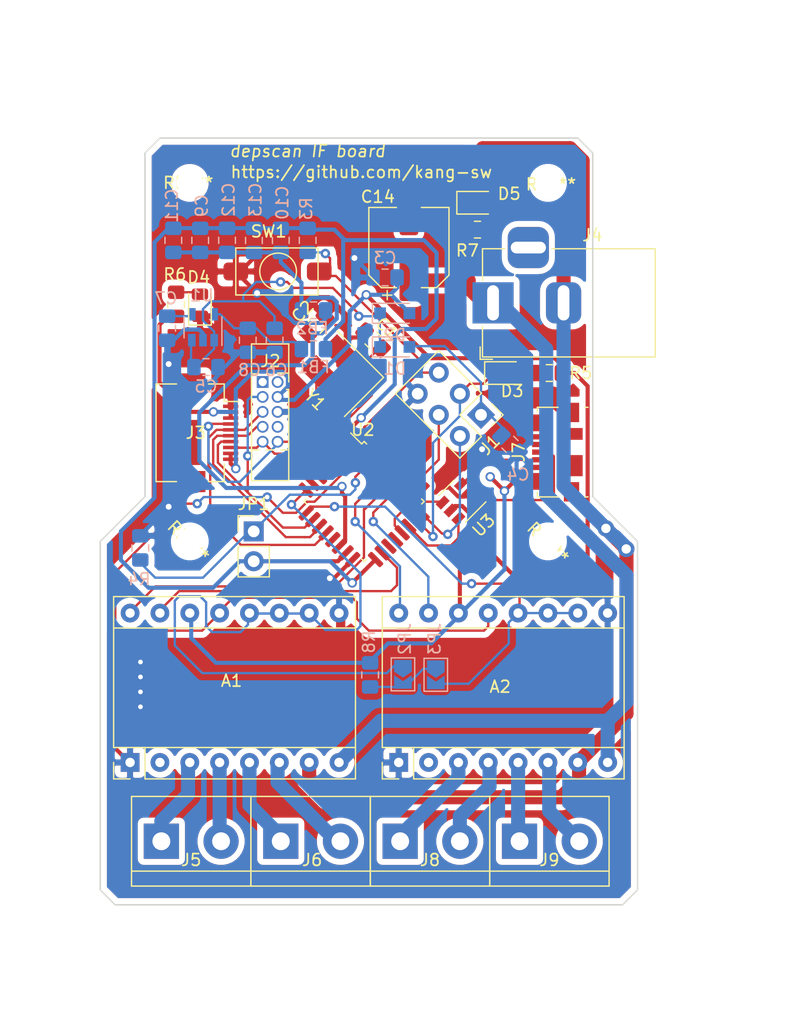
<source format=kicad_pcb>
(kicad_pcb (version 20171130) (host pcbnew "(5.1.5)-3")
  (title_block (title "Depscan IF Board") (date 2020-02-04) (rev 1.0) (company KOREATECH) (comment 1 "@author Seungwoo Kang") (comment 2 "Copyright 2020. Seungwoo Kang. All rights reserved."))
  (layers (0 F.Cu signal) (31 B.Cu signal) (34 B.Paste user) (35 F.Paste user) (36 B.SilkS user) (37 F.SilkS user) (38 B.Mask user) (39 F.Mask user) (44 Edge.Cuts user))
  (net 0 "")
  (net 1 /MOT_DIR_1)
  (net 2 +15V)
  (net 3 /MOT1_STEP)
  (net 4 GND)
  (net 5 VCC)
  (net 6 "Net-(A1-Pad6)")
  (net 7 "Net-(A1-Pad5)")
  (net 8 /MOTuCONF1)
  (net 9 "Net-(A1-Pad4)")
  (net 10 "Net-(A1-Pad3)")
  (net 11 "Net-(A1-Pad2)")
  (net 12 /MOT_DIR_2)
  (net 13 /MOT2_STEP)
  (net 14 "Net-(A2-Pad6)")
  (net 15 "Net-(A2-Pad5)")
  (net 16 /MOTuCONF2)
  (net 17 "Net-(A2-Pad4)")
  (net 18 "Net-(A2-Pad3)")
  (net 19 "Net-(A2-Pad2)")
  (net 20 /OSC_IN)
  (net 21 /OSC_OUT)
  (net 22 /STLINK_VIN)
  (net 23 "Net-(C5-Pad1)")
  (net 24 "Net-(C7-Pad1)")
  (net 25 "Net-(C8-Pad1)")
  (net 26 VSSA)
  (net 27 VDD)
  (net 28 "Net-(D3-Pad2)")
  (net 29 /SWDIO)
  (net 30 "Net-(D4-Pad2)")
  (net 31 "Net-(D5-Pad2)")
  (net 32 /NRST)
  (net 33 /JTAG_SWO)
  (net 34 /SWCLK)
  (net 35 /SPI_MOSI)
  (net 36 /ARGUS_IRQ)
  (net 37 "Net-(J2-Pad7)")
  (net 38 "Net-(J2-Pad1)")
  (net 39 /SPI_MISO)
  (net 40 /SPI_SCK)
  (net 41 /ARGUS_CS)
  (net 42 "Net-(J2-Pad10)")
  (net 43 "Net-(J7-Pad6)")
  (net 44 "Net-(J7-Pad4)")
  (net 45 "Net-(J7-Pad3)")
  (net 46 "Net-(J7-Pad2)")
  (net 47 "Net-(JP2-Pad2)")
  (net 48 "Net-(U2-Pad30)")
  (net 49 "Net-(U2-Pad25)")
  (net 50 /USB_DP)
  (net 51 /USB_DM)
  (net 52 "Net-(U2-Pad20)")
  (net 53 "Net-(U2-Pad19)")
  (net 54 "Net-(U2-Pad13)")
  (net 55 "Net-(U2-Pad7)")
  (net 56 GNDPWR)
  (net 57 /BOOT0)
  (module Diode_SMD:D_SOD-323_HandSoldering (layer B.Cu) (at 46.2915 135.4455)
    (fp_text reference D1 (at 0 1.85) (layer B.SilkS) (effects (justify mirror)))
    (fp_text value BAT60JFILM)
    (pad 2 smd rect (at 1.25 0) (size 1 1) (layers B.Cu B.Paste B.Mask) (net 22 /STLINK_VIN))
    (pad 1 smd rect (at -1.25 0) (size 1 1) (layers B.Cu B.Paste B.Mask) (net 23 "Net-(C5-Pad1)"))
  )
  (module Diode_SMD:D_SOD-323_HandSoldering (layer B.Cu) (at 46.2915 132.588)
    (fp_text reference D2 (at 0 1.85) (layer B.SilkS) (effects (justify mirror)))
    (fp_text value BAT60JFILM)
    (pad 2 smd rect (at 1.25 0) (size 1 1) (layers B.Cu B.Paste B.Mask) (net 5 VCC))
    (pad 1 smd rect (at -1.25 0) (size 1 1) (layers B.Cu B.Paste B.Mask) (net 23 "Net-(C5-Pad1)"))
  )
  (module Connector_PinHeader_2.54mm:PinHeader_2x03_P2.54mm_Vertical (layer F.Cu) (at 53.630102 141.224 225)
    (fp_text reference J1 (at 1.27 -2.33 45) (layer F.SilkS))
    (fp_text value SWD_CONN)
    (pad 6 thru_hole oval (at 2.54 5.08 225) (size 1.7 1.7) (drill 1) (layers *.Cu *.Mask) (net 4 GND))
    (pad 5 thru_hole oval (at 0 5.08 225) (size 1.7 1.7) (drill 1) (layers *.Cu *.Mask) (net 32 /NRST))
    (pad 4 thru_hole oval (at 2.54 2.54 225) (size 1.7 1.7) (drill 1) (layers *.Cu *.Mask) (net 33 /JTAG_SWO))
    (pad 3 thru_hole oval (at 0 2.54 225) (size 1.7 1.7) (drill 1) (layers *.Cu *.Mask) (net 29 /SWDIO))
    (pad 2 thru_hole oval (at 2.54 0 225) (size 1.7 1.7) (drill 1) (layers *.Cu *.Mask) (net 34 /SWCLK))
    (pad 1 thru_hole rect (at 0 0 225) (size 1.7 1.7) (drill 1) (layers *.Cu *.Mask) (net 22 /STLINK_VIN))
  )
  (module Connector_PinHeader_1.27mm:CONN02x05CLOCKWISE (layer F.Cu) (at 35.56 141.478)
    (fp_text reference J2 (at 0.148 -4.826) (layer F.SilkS))
    (fp_text value ARGUS_SPI_LEGACY_CONN)
    (pad 8 thru_hole oval (at 0.762 -0.508) (size 1 1) (drill 0.7) (layers *.Cu *.Mask) (net 4 GND))
    (pad 9 thru_hole oval (at 0.762 -1.778) (size 1 1) (drill 0.7) (layers *.Cu *.Mask) (net 5 VCC))
    (pad 3 thru_hole oval (at -0.508 -0.508) (size 1 1) (drill 0.7) (layers *.Cu *.Mask) (net 35 /SPI_MOSI))
    (pad 5 thru_hole oval (at -0.508 2.032) (size 1 1) (drill 0.7) (layers *.Cu *.Mask) (net 36 /ARGUS_IRQ))
    (pad 7 thru_hole oval (at 0.762 0.762) (size 1 1) (drill 0.7) (layers *.Cu *.Mask) (net 37 "Net-(J2-Pad7)"))
    (pad 1 thru_hole rect (at -0.508 -3.048) (size 1 1) (drill 0.7) (layers *.Cu *.Mask) (net 38 "Net-(J2-Pad1)"))
    (pad 4 thru_hole oval (at -0.508 0.762) (size 1 1) (drill 0.7) (layers *.Cu *.Mask) (net 39 /SPI_MISO))
    (pad 2 thru_hole oval (at -0.508 -1.778) (size 1 1) (drill 0.7) (layers *.Cu *.Mask) (net 40 /SPI_SCK))
    (pad 6 thru_hole oval (at 0.762 2.032) (size 1 1) (drill 0.7) (layers *.Cu *.Mask) (net 41 /ARGUS_CS))
    (pad 10 thru_hole oval (at 0.762 -3.048) (size 1 1) (drill 0.7) (layers *.Cu *.Mask) (net 42 "Net-(J2-Pad10)"))
  )
  (module Module:Pololu_Breakout-16_15.2x20.3mm (layer F.Cu) (at 23.77 170.776 90)
    (fp_text reference A1 (at 6.946 8.636 180) (layer F.SilkS))
    (fp_text value DRV8825_MOT2)
    (pad 16 thru_hole oval (at 12.7 0 90) (size 1.6 1.6) (drill 0.8) (layers *.Cu *.Mask) (net 1 /MOT_DIR_1))
    (pad 8 thru_hole oval (at 0 17.78 90) (size 1.6 1.6) (drill 0.8) (layers *.Cu *.Mask) (net 2 +15V))
    (pad 15 thru_hole oval (at 12.7 2.54 90) (size 1.6 1.6) (drill 0.8) (layers *.Cu *.Mask) (net 3 /MOT1_STEP))
    (pad 7 thru_hole oval (at 0 15.24 90) (size 1.6 1.6) (drill 0.8) (layers *.Cu *.Mask) (net 56 GNDPWR))
    (pad 14 thru_hole oval (at 12.7 5.08 90) (size 1.6 1.6) (drill 0.8) (layers *.Cu *.Mask) (net 5 VCC))
    (pad 6 thru_hole oval (at 0 12.7 90) (size 1.6 1.6) (drill 0.8) (layers *.Cu *.Mask) (net 6 "Net-(A1-Pad6)"))
    (pad 13 thru_hole oval (at 12.7 7.62 90) (size 1.6 1.6) (drill 0.8) (layers *.Cu *.Mask) (net 32 /NRST))
    (pad 5 thru_hole oval (at 0 10.16 90) (size 1.6 1.6) (drill 0.8) (layers *.Cu *.Mask) (net 7 "Net-(A1-Pad5)"))
    (pad 12 thru_hole oval (at 12.7 10.16 90) (size 1.6 1.6) (drill 0.8) (layers *.Cu *.Mask) (net 8 /MOTuCONF1))
    (pad 4 thru_hole oval (at 0 7.62 90) (size 1.6 1.6) (drill 0.8) (layers *.Cu *.Mask) (net 9 "Net-(A1-Pad4)"))
    (pad 11 thru_hole oval (at 12.7 12.7 90) (size 1.6 1.6) (drill 0.8) (layers *.Cu *.Mask) (net 8 /MOTuCONF1))
    (pad 3 thru_hole oval (at 0 5.08 90) (size 1.6 1.6) (drill 0.8) (layers *.Cu *.Mask) (net 10 "Net-(A1-Pad3)"))
    (pad 10 thru_hole oval (at 12.7 15.24 90) (size 1.6 1.6) (drill 0.8) (layers *.Cu *.Mask) (net 8 /MOTuCONF1))
    (pad 2 thru_hole oval (at 0 2.54 90) (size 1.6 1.6) (drill 0.8) (layers *.Cu *.Mask) (net 11 "Net-(A1-Pad2)"))
    (pad 9 thru_hole oval (at 12.7 17.78 90) (size 1.6 1.6) (drill 0.8) (layers *.Cu *.Mask) (net 4 GND))
    (pad 1 thru_hole rect (at 0 0 90) (size 1.6 1.6) (drill 0.8) (layers *.Cu *.Mask) (net 4 GND))
  )
  (module Module:Pololu_Breakout-16_15.2x20.3mm (layer F.Cu) (at 46.63 170.776 90)
    (fp_text reference A2 (at 6.438 8.636 180) (layer F.SilkS))
    (fp_text value DRV8825_MOT1)
    (pad 16 thru_hole oval (at 12.7 0 90) (size 1.6 1.6) (drill 0.8) (layers *.Cu *.Mask) (net 12 /MOT_DIR_2))
    (pad 8 thru_hole oval (at 0 17.78 90) (size 1.6 1.6) (drill 0.8) (layers *.Cu *.Mask) (net 2 +15V))
    (pad 15 thru_hole oval (at 12.7 2.54 90) (size 1.6 1.6) (drill 0.8) (layers *.Cu *.Mask) (net 13 /MOT2_STEP))
    (pad 7 thru_hole oval (at 0 15.24 90) (size 1.6 1.6) (drill 0.8) (layers *.Cu *.Mask) (net 56 GNDPWR))
    (pad 14 thru_hole oval (at 12.7 5.08 90) (size 1.6 1.6) (drill 0.8) (layers *.Cu *.Mask) (net 5 VCC))
    (pad 6 thru_hole oval (at 0 12.7 90) (size 1.6 1.6) (drill 0.8) (layers *.Cu *.Mask) (net 14 "Net-(A2-Pad6)"))
    (pad 13 thru_hole oval (at 12.7 7.62 90) (size 1.6 1.6) (drill 0.8) (layers *.Cu *.Mask) (net 32 /NRST))
    (pad 5 thru_hole oval (at 0 10.16 90) (size 1.6 1.6) (drill 0.8) (layers *.Cu *.Mask) (net 15 "Net-(A2-Pad5)"))
    (pad 12 thru_hole oval (at 12.7 10.16 90) (size 1.6 1.6) (drill 0.8) (layers *.Cu *.Mask) (net 16 /MOTuCONF2))
    (pad 4 thru_hole oval (at 0 7.62 90) (size 1.6 1.6) (drill 0.8) (layers *.Cu *.Mask) (net 17 "Net-(A2-Pad4)"))
    (pad 11 thru_hole oval (at 12.7 12.7 90) (size 1.6 1.6) (drill 0.8) (layers *.Cu *.Mask) (net 16 /MOTuCONF2))
    (pad 3 thru_hole oval (at 0 5.08 90) (size 1.6 1.6) (drill 0.8) (layers *.Cu *.Mask) (net 18 "Net-(A2-Pad3)"))
    (pad 10 thru_hole oval (at 12.7 15.24 90) (size 1.6 1.6) (drill 0.8) (layers *.Cu *.Mask) (net 16 /MOTuCONF2))
    (pad 2 thru_hole oval (at 0 2.54 90) (size 1.6 1.6) (drill 0.8) (layers *.Cu *.Mask) (net 19 "Net-(A2-Pad2)"))
    (pad 9 thru_hole oval (at 12.7 17.78 90) (size 1.6 1.6) (drill 0.8) (layers *.Cu *.Mask) (net 4 GND))
    (pad 1 thru_hole rect (at 0 0 90) (size 1.6 1.6) (drill 0.8) (layers *.Cu *.Mask) (net 4 GND))
  )
  (module Capacitor_SMD:C_0805_2012Metric_Pad1.15x1.40mm_HandSolder (layer B.Cu) (at 33.782 134.883 270)
    (fp_text reference C8 (at 2.531 -0.148 180) (layer B.SilkS) (effects (justify mirror)))
    (fp_text value 100nF)
    (pad 2 smd roundrect (at 1.025 0 270) (size 1.15 1.4) (layers B.Cu B.Paste B.Mask) (roundrect_rratio 0.217391) (net 4 GND))
    (pad 1 smd roundrect (at -1.025 0 270) (size 1.15 1.4) (layers B.Cu B.Paste B.Mask) (roundrect_rratio 0.217391) (net 25 "Net-(C8-Pad1)"))
  )
  (module Crystal:Crystal_SMD_SeikoEpson_FA238V-4Pin_3.2x2.5mm_HandSoldering (layer F.Cu) (at 41.697868 137.720101 135)
    (fp_text reference Y1 (at -0.038206 -3.121005 135) (layer F.SilkS))
    (fp_text value 24MHz)
    (pad 4 smd rect (at -1.55 -1.25 135) (size 2.1 1.8) (layers F.Cu F.Paste F.Mask) (net 4 GND))
    (pad 3 smd rect (at 1.55 -1.25 135) (size 2.1 1.8) (layers F.Cu F.Paste F.Mask) (net 21 /OSC_OUT))
    (pad 2 smd rect (at 1.55 1.25 135) (size 2.1 1.8) (layers F.Cu F.Paste F.Mask) (net 4 GND))
    (pad 1 smd rect (at -1.55 1.25 135) (size 2.1 1.8) (layers F.Cu F.Paste F.Mask) (net 20 /OSC_IN))
  )
  (module Package_TO_SOT_SMD:SOT-23-6 (layer F.Cu) (at 51.816 148.574183 225)
    (fp_text reference U3 (at 0 -2.9 45) (layer F.SilkS))
    (fp_text value USBLC6-2SC6)
    (pad 5 smd rect (at 1.1 0 225) (size 1.06 0.65) (layers F.Cu F.Paste F.Mask) (net 5 VCC))
    (pad 6 smd rect (at 1.1 -0.95 225) (size 1.06 0.65) (layers F.Cu F.Paste F.Mask) (net 50 /USB_DP))
    (pad 4 smd rect (at 1.1 0.95 225) (size 1.06 0.65) (layers F.Cu F.Paste F.Mask) (net 51 /USB_DM))
    (pad 3 smd rect (at -1.1 0.95 225) (size 1.06 0.65) (layers F.Cu F.Paste F.Mask) (net 46 "Net-(J7-Pad2)"))
    (pad 2 smd rect (at -1.1 0 225) (size 1.06 0.65) (layers F.Cu F.Paste F.Mask) (net 4 GND))
    (pad 1 smd rect (at -1.1 -0.95 225) (size 1.06 0.65) (layers F.Cu F.Paste F.Mask) (net 45 "Net-(J7-Pad3)"))
  )
  (module Package_QFP:LQFP-32_7x7mm_P0.8mm (layer F.Cu) (at 43.688 148.59 315)
    (fp_text reference U2 (at -4.385476 -4.23557 180) (layer F.SilkS))
    (fp_text value STM32G431KBTx)
    (pad 32 smd roundrect (at -2.8 -4.175 315) (size 0.5 1.5) (layers F.Cu F.Paste F.Mask) (net 4 GND))
    (pad 31 smd roundrect (at -2 -4.175 315) (size 0.5 1.5) (layers F.Cu F.Paste F.Mask) (net 57 /BOOT0))
    (pad 30 smd roundrect (at -1.2 -4.175 315) (size 0.5 1.5) (layers F.Cu F.Paste F.Mask) (net 48 "Net-(U2-Pad30)"))
    (pad 29 smd roundrect (at -0.4 -4.175 315) (size 0.5 1.5) (layers F.Cu F.Paste F.Mask) (net 12 /MOT_DIR_2))
    (pad 28 smd roundrect (at 0.4 -4.175 315) (size 0.5 1.5) (layers F.Cu F.Paste F.Mask) (net 1 /MOT_DIR_1))
    (pad 27 smd roundrect (at 1.2 -4.175 315) (size 0.5 1.5) (layers F.Cu F.Paste F.Mask) (net 13 /MOT2_STEP))
    (pad 26 smd roundrect (at 2 -4.175 315) (size 0.5 1.5) (layers F.Cu F.Paste F.Mask) (net 33 /JTAG_SWO))
    (pad 25 smd roundrect (at 2.8 -4.175 315) (size 0.5 1.5) (layers F.Cu F.Paste F.Mask) (net 49 "Net-(U2-Pad25)"))
    (pad 24 smd roundrect (at 4.175 -2.8 315) (size 1.5 0.5) (layers F.Cu F.Paste F.Mask) (net 34 /SWCLK))
    (pad 23 smd roundrect (at 4.175 -2 315) (size 1.5 0.5) (layers F.Cu F.Paste F.Mask) (net 29 /SWDIO))
    (pad 22 smd roundrect (at 4.175 -1.2 315) (size 1.5 0.5) (layers F.Cu F.Paste F.Mask) (net 50 /USB_DP))
    (pad 21 smd roundrect (at 4.175 -0.4 315) (size 1.5 0.5) (layers F.Cu F.Paste F.Mask) (net 51 /USB_DM))
    (pad 20 smd roundrect (at 4.175 0.4 315) (size 1.5 0.5) (layers F.Cu F.Paste F.Mask) (net 52 "Net-(U2-Pad20)"))
    (pad 19 smd roundrect (at 4.175 1.2 315) (size 1.5 0.5) (layers F.Cu F.Paste F.Mask) (net 53 "Net-(U2-Pad19)"))
    (pad 18 smd roundrect (at 4.175 2 315) (size 1.5 0.5) (layers F.Cu F.Paste F.Mask) (net 3 /MOT1_STEP))
    (pad 17 smd roundrect (at 4.175 2.8 315) (size 1.5 0.5) (layers F.Cu F.Paste F.Mask) (net 27 VDD))
    (pad 16 smd roundrect (at 2.8 4.175 315) (size 0.5 1.5) (layers F.Cu F.Paste F.Mask) (net 4 GND))
    (pad 15 smd roundrect (at 2 4.175 315) (size 0.5 1.5) (layers F.Cu F.Paste F.Mask) (net 27 VDD))
    (pad 14 smd roundrect (at 1.2 4.175 315) (size 0.5 1.5) (layers F.Cu F.Paste F.Mask) (net 26 VSSA))
    (pad 13 smd roundrect (at 0.4 4.175 315) (size 0.5 1.5) (layers F.Cu F.Paste F.Mask) (net 54 "Net-(U2-Pad13)"))
    (pad 12 smd roundrect (at -0.4 4.175 315) (size 0.5 1.5) (layers F.Cu F.Paste F.Mask) (net 35 /SPI_MOSI))
    (pad 11 smd roundrect (at -1.2 4.175 315) (size 0.5 1.5) (layers F.Cu F.Paste F.Mask) (net 39 /SPI_MISO))
    (pad 10 smd roundrect (at -2 4.175 315) (size 0.5 1.5) (layers F.Cu F.Paste F.Mask) (net 40 /SPI_SCK))
    (pad 9 smd roundrect (at -2.8 4.175 315) (size 0.5 1.5) (layers F.Cu F.Paste F.Mask) (net 16 /MOTuCONF2))
    (pad 8 smd roundrect (at -4.175 2.8 315) (size 1.5 0.5) (layers F.Cu F.Paste F.Mask) (net 8 /MOTuCONF1))
    (pad 7 smd roundrect (at -4.175 2 315) (size 1.5 0.5) (layers F.Cu F.Paste F.Mask) (net 55 "Net-(U2-Pad7)"))
    (pad 6 smd roundrect (at -4.175 1.2 315) (size 1.5 0.5) (layers F.Cu F.Paste F.Mask) (net 36 /ARGUS_IRQ))
    (pad 5 smd roundrect (at -4.175 0.4 315) (size 1.5 0.5) (layers F.Cu F.Paste F.Mask) (net 41 /ARGUS_CS))
    (pad 4 smd roundrect (at -4.175 -0.4 315) (size 1.5 0.5) (layers F.Cu F.Paste F.Mask) (net 32 /NRST))
    (pad 3 smd roundrect (at -4.175 -1.2 315) (size 1.5 0.5) (layers F.Cu F.Paste F.Mask) (net 21 /OSC_OUT))
    (pad 2 smd roundrect (at -4.175 -2 315) (size 1.5 0.5) (layers F.Cu F.Paste F.Mask) (net 20 /OSC_IN))
    (pad 1 smd roundrect (at -4.175 -2.8 315) (size 1.5 0.5) (layers F.Cu F.Paste F.Mask) (net 27 VDD))
  )
  (module Package_TO_SOT_SMD:SOT-23-5 (layer B.Cu) (at 29.972 133.774 90)
    (fp_text reference U1 (at 2.71 -0.106 180) (layer B.SilkS) (effects (justify mirror)))
    (fp_text value LD3985M33R_SOT23)
    (pad 5 smd rect (at 1.1 0.95 90) (size 1.06 0.65) (layers B.Cu B.Paste B.Mask) (net 25 "Net-(C8-Pad1)"))
    (pad 4 smd rect (at 1.1 -0.95 90) (size 1.06 0.65) (layers B.Cu B.Paste B.Mask) (net 24 "Net-(C7-Pad1)"))
    (pad 3 smd rect (at -1.1 -0.95 90) (size 1.06 0.65) (layers B.Cu B.Paste B.Mask) (net 23 "Net-(C5-Pad1)"))
    (pad 2 smd rect (at -1.1 0 90) (size 1.06 0.65) (layers B.Cu B.Paste B.Mask) (net 4 GND))
    (pad 1 smd rect (at -1.1 0.95 90) (size 1.06 0.65) (layers B.Cu B.Paste B.Mask) (net 23 "Net-(C5-Pad1)"))
  )
  (module Button_Switch_SMD:SW_SMD_TS1107 (layer F.Cu) (at 32.766 129.032)
    (fp_text reference SW1 (at 2.8 -3.4) (layer F.SilkS))
    (fp_text value SW_RESET)
    (pad 1 smd roundrect (at 0 0) (size 2.1 1.524) (layers F.Cu F.Paste F.Mask) (net 4 GND))
    (pad 2 smd roundrect (at 7.1 0) (size 2.1 1.524) (layers F.Cu F.Paste F.Mask) (net 32 /NRST))
  )
  (module Resistor_SMD:R_0805_2012Metric_Pad1.15x1.40mm_HandSolder (layer B.Cu) (at 44.196 163.330999 270)
    (fp_text reference R8 (at -2.802999 0.106 90) (layer B.SilkS) (effects (justify mirror)))
    (fp_text value 22k)
    (pad 1 smd roundrect (at -1.025 0 270) (size 1.15 1.4) (layers B.Cu B.Paste B.Mask) (roundrect_rratio 0.217391) (net 5 VCC))
    (pad 2 smd roundrect (at 1.025 0 270) (size 1.15 1.4) (layers B.Cu B.Paste B.Mask) (roundrect_rratio 0.217391) (net 47 "Net-(JP2-Pad2)"))
  )
  (module Resistor_SMD:R_0805_2012Metric_Pad1.15x1.40mm_HandSolder (layer F.Cu) (at 53.331 125.476)
    (fp_text reference R7 (at -0.859 1.778) (layer F.SilkS))
    (fp_text value 1k)
    (pad 1 smd roundrect (at -1.025 0) (size 1.15 1.4) (layers F.Cu F.Paste F.Mask) (roundrect_rratio 0.217391) (net 2 +15V))
    (pad 2 smd roundrect (at 1.025 0) (size 1.15 1.4) (layers F.Cu F.Paste F.Mask) (roundrect_rratio 0.217391) (net 31 "Net-(D5-Pad2)"))
  )
  (module Resistor_SMD:R_0805_2012Metric_Pad1.15x1.40mm_HandSolder (layer F.Cu) (at 27.686 131.826 90)
    (fp_text reference R6 (at 2.54 -0.106 180) (layer F.SilkS))
    (fp_text value 300)
    (pad 1 smd roundrect (at -1.025 0 90) (size 1.15 1.4) (layers F.Cu F.Paste F.Mask) (roundrect_rratio 0.217391) (net 5 VCC))
    (pad 2 smd roundrect (at 1.025 0 90) (size 1.15 1.4) (layers F.Cu F.Paste F.Mask) (roundrect_rratio 0.217391) (net 30 "Net-(D4-Pad2)"))
  )
  (module Resistor_SMD:R_0805_2012Metric_Pad1.15x1.40mm_HandSolder (layer F.Cu) (at 59.444999 137.668 180)
    (fp_text reference R5 (at -2.679001 0) (layer F.SilkS))
    (fp_text value 300)
    (pad 1 smd roundrect (at -1.025 0 180) (size 1.15 1.4) (layers F.Cu F.Paste F.Mask) (roundrect_rratio 0.217391) (net 5 VCC))
    (pad 2 smd roundrect (at 1.025 0 180) (size 1.15 1.4) (layers F.Cu F.Paste F.Mask) (roundrect_rratio 0.217391) (net 28 "Net-(D3-Pad2)"))
  )
  (module Resistor_SMD:R_0805_2012Metric_Pad1.15x1.40mm_HandSolder (layer B.Cu) (at 24.638 152.536 270)
    (fp_text reference R4 (at 2.658 0.106 180) (layer B.SilkS) (effects (justify mirror)))
    (fp_text value 22k)
    (pad 1 smd roundrect (at -1.025 0 270) (size 1.15 1.4) (layers B.Cu B.Paste B.Mask) (roundrect_rratio 0.217391) (net 4 GND))
    (pad 2 smd roundrect (at 1.025 0 270) (size 1.15 1.4) (layers B.Cu B.Paste B.Mask) (roundrect_rratio 0.217391) (net 57 /BOOT0))
  )
  (module Resistor_SMD:R_0805_2012Metric_Pad1.15x1.40mm_HandSolder (layer B.Cu) (at 38.880051 126.386789 270)
    (fp_text reference R3 (at -2.688789 0.124051 270) (layer B.SilkS) (effects (justify mirror)))
    (fp_text value 22k)
    (pad 1 smd roundrect (at -1.025 0 270) (size 1.15 1.4) (layers B.Cu B.Paste B.Mask) (roundrect_rratio 0.217391) (net 27 VDD))
    (pad 2 smd roundrect (at 1.025 0 270) (size 1.15 1.4) (layers B.Cu B.Paste B.Mask) (roundrect_rratio 0.217391) (net 32 /NRST))
  )
  (module Jumper:SolderJumper-2_P1.3mm_Open_TrianglePad1.0x1.5mm (layer B.Cu) (at 49.784 163.322 270)
    (fp_text reference JP3 (at -3.048 0.106 270) (layer B.SilkS) (effects (justify mirror)))
    (fp_text value CONF_FIX_JP)
    (pad 1 smd custom (at -0.725 0 270) (size 0.3 0.3) (layers B.Cu B.Mask) (net 47 "Net-(JP2-Pad2)") (options (clearance outline) (anchor rect)) (primitives (gr_poly (pts (xy -0.5 0.75) (xy 0.5 0.75) (xy 1 0) (xy 0.5 -0.75) (xy -0.5 -0.75)) (width 0))))
    (pad 2 smd custom (at 0.725 0 270) (size 0.3 0.3) (layers B.Cu B.Mask) (net 16 /MOTuCONF2) (options (clearance outline) (anchor rect)) (primitives (gr_poly (pts (xy -0.65 0.75) (xy 0.5 0.75) (xy 0.5 -0.75) (xy -0.65 -0.75) (xy -0.15 0)) (width 0))))
  )
  (module Jumper:SolderJumper-2_P1.3mm_Open_TrianglePad1.0x1.5mm (layer B.Cu) (at 46.99 163.284999 270)
    (fp_text reference JP2 (at -3.010999 -0.148 90) (layer B.SilkS) (effects (justify mirror)))
    (fp_text value CONF_FIX_JP)
    (pad 1 smd custom (at -0.725 0 270) (size 0.3 0.3) (layers B.Cu B.Mask) (net 8 /MOTuCONF1) (options (clearance outline) (anchor rect)) (primitives (gr_poly (pts (xy -0.5 0.75) (xy 0.5 0.75) (xy 1 0) (xy 0.5 -0.75) (xy -0.5 -0.75)) (width 0))))
    (pad 2 smd custom (at 0.725 0 270) (size 0.3 0.3) (layers B.Cu B.Mask) (net 47 "Net-(JP2-Pad2)") (options (clearance outline) (anchor rect)) (primitives (gr_poly (pts (xy -0.65 0.75) (xy 0.5 0.75) (xy 0.5 -0.75) (xy -0.65 -0.75) (xy -0.15 0)) (width 0))))
  )
  (module Connector_PinHeader_2.54mm:PinHeader_1x02_P2.54mm_Vertical (layer F.Cu) (at 34.29 151.13)
    (fp_text reference JP1 (at 0 -2.33) (layer F.SilkS))
    (fp_text value BOOT0_JP)
    (pad 2 thru_hole oval (at 0 2.54) (size 1.7 1.7) (drill 1) (layers *.Cu *.Mask) (net 27 VDD))
    (pad 1 thru_hole rect (at 0 0) (size 1.7 1.7) (drill 1) (layers *.Cu *.Mask) (net 57 /BOOT0))
  )
  (module Connector_USB:USB_Micro-B_Molex_47346-0001 (layer F.Cu) (at 60.134 144.392 90)
    (fp_text reference J7 (at 0 -3.3 270) (layer F.SilkS))
    (fp_text value USB_B_Micro)
    (pad 6 smd rect (at 1.55 1.2 90) (size 1 1.9) (layers F.Cu F.Paste F.Mask) (net 43 "Net-(J7-Pad6)"))
    (pad 6 smd rect (at -1.15 1.2 90) (size 1.8 1.9) (layers F.Cu F.Paste F.Mask) (net 43 "Net-(J7-Pad6)"))
    (pad 6 smd rect (at 3.375 1.2 90) (size 1.65 1.3) (layers F.Cu F.Paste F.Mask) (net 43 "Net-(J7-Pad6)"))
    (pad 6 smd rect (at -3.375 1.2 90) (size 1.65 1.3) (layers F.Cu F.Paste F.Mask) (net 43 "Net-(J7-Pad6)"))
    (pad 6 smd rect (at 2.4875 -1.375 90) (size 1.425 1.55) (layers F.Cu F.Paste F.Mask) (net 43 "Net-(J7-Pad6)"))
    (pad 6 smd rect (at -2.4875 -1.375 90) (size 1.425 1.55) (layers F.Cu F.Paste F.Mask) (net 43 "Net-(J7-Pad6)"))
    (pad 5 smd rect (at 1.3 -1.46 90) (size 0.45 1.38) (layers F.Cu F.Paste F.Mask) (net 4 GND))
    (pad 4 smd rect (at 0.65 -1.46 90) (size 0.45 1.38) (layers F.Cu F.Paste F.Mask) (net 44 "Net-(J7-Pad4)"))
    (pad 3 smd rect (at 0 -1.46 90) (size 0.45 1.38) (layers F.Cu F.Paste F.Mask) (net 45 "Net-(J7-Pad3)"))
    (pad 2 smd rect (at -0.65 -1.46 90) (size 0.45 1.38) (layers F.Cu F.Paste F.Mask) (net 46 "Net-(J7-Pad2)"))
    (pad 1 smd rect (at -1.3 -1.46 90) (size 0.45 1.38) (layers F.Cu F.Paste F.Mask) (net 5 VCC))
  )
  (module Connector_BarrelJack:BarrelJack_Horizontal (layer F.Cu) (at 54.658 131.7 180)
    (fp_text reference J4 (at -8.45 5.75) (layer F.SilkS))
    (fp_text value VMOT_IN_5mm)
    (pad 1 thru_hole rect (at 0 0 180) (size 3.5 3.5) (drill oval 1 3) (layers *.Cu *.Mask) (net 2 +15V))
    (pad 2 thru_hole roundrect (at -6 0 180) (size 3 3.5) (drill oval 1 3) (layers *.Cu *.Mask) (net 56 GNDPWR))
    (pad 3 thru_hole roundrect (at -3 4.7 180) (size 3.5 3.5) (drill oval 3 1) (layers *.Cu *.Mask))
  )
  (module Connector_FFC-FPC:Hirose_FH12-10S-0.5SH_1x10-1MP_P0.50mm_Horizontal (layer F.Cu) (at 30.48 142.748 270)
    (fp_text reference J3 (at 0 1.122) (layer F.SilkS))
    (fp_text value ARGUS_SPI_FFC_CONN)
    (pad MP smd rect (at 4.15 1.4 270) (size 1.8 2.2) (layers F.Cu F.Paste F.Mask))
    (pad MP smd rect (at -4.15 1.4 270) (size 1.8 2.2) (layers F.Cu F.Paste F.Mask))
    (pad 1 smd rect (at -2.25 -1.85 270) (size 0.3 1.3) (layers F.Cu F.Paste F.Mask) (net 4 GND))
    (pad 2 smd rect (at -1.75 -1.85 270) (size 0.3 1.3) (layers F.Cu F.Paste F.Mask) (net 4 GND))
    (pad 3 smd rect (at -1.25 -1.85 270) (size 0.3 1.3) (layers F.Cu F.Paste F.Mask) (net 4 GND))
    (pad 4 smd rect (at -0.75 -1.85 270) (size 0.3 1.3) (layers F.Cu F.Paste F.Mask) (net 41 /ARGUS_CS))
    (pad 5 smd rect (at -0.25 -1.85 270) (size 0.3 1.3) (layers F.Cu F.Paste F.Mask) (net 35 /SPI_MOSI))
    (pad 6 smd rect (at 0.25 -1.85 270) (size 0.3 1.3) (layers F.Cu F.Paste F.Mask) (net 39 /SPI_MISO))
    (pad 7 smd rect (at 0.75 -1.85 270) (size 0.3 1.3) (layers F.Cu F.Paste F.Mask) (net 40 /SPI_SCK))
    (pad 8 smd rect (at 1.25 -1.85 270) (size 0.3 1.3) (layers F.Cu F.Paste F.Mask) (net 36 /ARGUS_IRQ))
    (pad 9 smd rect (at 1.75 -1.85 270) (size 0.3 1.3) (layers F.Cu F.Paste F.Mask) (net 5 VCC))
    (pad 10 smd rect (at 2.25 -1.85 270) (size 0.3 1.3) (layers F.Cu F.Paste F.Mask) (net 5 VCC))
  )
  (module Inductor_SMD:L_0805_2012Metric_Pad1.15x1.40mm_HandSolder (layer B.Cu) (at 39.379 132.334)
    (fp_text reference FB2 (at -0.115 1.524) (layer B.SilkS) (effects (justify mirror)))
    (fp_text value Ferrite_Bead_2012)
    (pad 2 smd roundrect (at 1.025 0) (size 1.15 1.4) (layers B.Cu B.Paste B.Mask) (roundrect_rratio 0.217391) (net 4 GND))
    (pad 1 smd roundrect (at -1.025 0) (size 1.15 1.4) (layers B.Cu B.Paste B.Mask) (roundrect_rratio 0.217391) (net 26 VSSA))
  )
  (module Inductor_SMD:L_0805_2012Metric_Pad1.15x1.40mm_HandSolder (layer B.Cu) (at 39.37 135.636 180)
    (fp_text reference FB1 (at 0 -1.524) (layer B.SilkS) (effects (justify mirror)))
    (fp_text value Ferrite_Bead_2012)
    (pad 2 smd roundrect (at 1.025 0 180) (size 1.15 1.4) (layers B.Cu B.Paste B.Mask) (roundrect_rratio 0.217391) (net 25 "Net-(C8-Pad1)"))
    (pad 1 smd roundrect (at -1.025 0 180) (size 1.15 1.4) (layers B.Cu B.Paste B.Mask) (roundrect_rratio 0.217391) (net 27 VDD))
  )
  (module LED_SMD:LED_0805_2012Metric (layer F.Cu) (at 53.261501 123.19)
    (fp_text reference D5 (at 2.766499 -0.762) (layer F.SilkS))
    (fp_text value LED_R)
    (pad 2 smd roundrect (at 0.9375 0) (size 0.975 1.4) (layers F.Cu F.Paste F.Mask) (net 31 "Net-(D5-Pad2)"))
    (pad 1 smd roundrect (at -0.9375 0) (size 0.975 1.4) (layers F.Cu F.Paste F.Mask) (net 56 GNDPWR))
  )
  (module LED_SMD:LED_0805_2012Metric (layer F.Cu) (at 29.718 131.904499 90)
    (fp_text reference D4 (at 2.364499 -0.106 180) (layer F.SilkS))
    (fp_text value LED_Y)
    (pad 2 smd roundrect (at 0.9375 0 90) (size 0.975 1.4) (layers F.Cu F.Paste F.Mask) (net 30 "Net-(D4-Pad2)"))
    (pad 1 smd roundrect (at -0.9375 0 90) (size 0.975 1.4) (layers F.Cu F.Paste F.Mask) (net 4 GND))
  )
  (module LED_SMD:LED_0805_2012Metric (layer F.Cu) (at 55.626 137.668)
    (fp_text reference D3 (at 0.656 1.524) (layer F.SilkS))
    (fp_text value LED_G)
    (pad 2 smd roundrect (at 0.9375 0) (size 0.975 1.4) (layers F.Cu F.Paste F.Mask) (net 28 "Net-(D3-Pad2)"))
    (pad 1 smd roundrect (at -0.9375 0) (size 0.975 1.4) (layers F.Cu F.Paste F.Mask) (net 29 /SWDIO))
  )
  (module Capacitor_SMD:CP_Elec_6.3x5.2 (layer F.Cu) (at 47.498 127 90)
    (fp_text reference C14 (at 4.318 -2.646 180) (layer F.SilkS))
    (fp_text value 100uF/25V)
    (pad 2 smd roundrect (at 2.8 0 90) (size 3.5 1.6) (layers F.Cu F.Paste F.Mask) (roundrect_rratio 0.15625) (net 56 GNDPWR))
    (pad 1 smd roundrect (at -2.8 0 90) (size 3.5 1.6) (layers F.Cu F.Paste F.Mask) (roundrect_rratio 0.15625) (net 2 +15V))
  )
  (module Capacitor_SMD:C_0805_2012Metric_Pad1.15x1.40mm_HandSolder (layer B.Cu) (at 34.308051 126.395789 270)
    (fp_text reference C13 (at -3.459789 -0.129949 90) (layer B.SilkS) (effects (justify mirror)))
    (fp_text value 2.2uF)
    (pad 2 smd roundrect (at 1.025 0 270) (size 1.15 1.4) (layers B.Cu B.Paste B.Mask) (roundrect_rratio 0.217391) (net 26 VSSA))
    (pad 1 smd roundrect (at -1.025 0 270) (size 1.15 1.4) (layers B.Cu B.Paste B.Mask) (roundrect_rratio 0.217391) (net 27 VDD))
  )
  (module Capacitor_SMD:C_0805_2012Metric_Pad1.15x1.40mm_HandSolder (layer B.Cu) (at 32.02205 126.386789 270)
    (fp_text reference C12 (at -3.450789 -0.12995 90) (layer B.SilkS) (effects (justify mirror)))
    (fp_text value 100nF)
    (pad 2 smd roundrect (at 1.025 0 270) (size 1.15 1.4) (layers B.Cu B.Paste B.Mask) (roundrect_rratio 0.217391) (net 26 VSSA))
    (pad 1 smd roundrect (at -1.025 0 270) (size 1.15 1.4) (layers B.Cu B.Paste B.Mask) (roundrect_rratio 0.217391) (net 27 VDD))
  )
  (module Capacitor_SMD:C_0805_2012Metric_Pad1.15x1.40mm_HandSolder (layer B.Cu) (at 27.450051 126.38679 270)
    (fp_text reference C11 (at -2.94279 0.124051 90) (layer B.SilkS) (effects (justify mirror)))
    (fp_text value 100nF)
    (pad 2 smd roundrect (at 1.025 0 270) (size 1.15 1.4) (layers B.Cu B.Paste B.Mask) (roundrect_rratio 0.217391) (net 26 VSSA))
    (pad 1 smd roundrect (at -1.025 0 270) (size 1.15 1.4) (layers B.Cu B.Paste B.Mask) (roundrect_rratio 0.217391) (net 27 VDD))
  )
  (module Capacitor_SMD:C_0805_2012Metric_Pad1.15x1.40mm_HandSolder (layer B.Cu) (at 36.594051 126.386789 270)
    (fp_text reference C10 (at -3.196789 -0.129949 270) (layer B.SilkS) (effects (justify mirror)))
    (fp_text value 100nF)
    (pad 2 smd roundrect (at 1.025 0 270) (size 1.15 1.4) (layers B.Cu B.Paste B.Mask) (roundrect_rratio 0.217391) (net 26 VSSA))
    (pad 1 smd roundrect (at -1.025 0 270) (size 1.15 1.4) (layers B.Cu B.Paste B.Mask) (roundrect_rratio 0.217391) (net 27 VDD))
  )
  (module Capacitor_SMD:C_0805_2012Metric_Pad1.15x1.40mm_HandSolder (layer B.Cu) (at 29.73605 126.386789 270)
    (fp_text reference C9 (at -2.942789 -0.12995 90) (layer B.SilkS) (effects (justify mirror)))
    (fp_text value 100nF)
    (pad 2 smd roundrect (at 1.025 0 270) (size 1.15 1.4) (layers B.Cu B.Paste B.Mask) (roundrect_rratio 0.217391) (net 26 VSSA))
    (pad 1 smd roundrect (at -1.025 0 270) (size 1.15 1.4) (layers B.Cu B.Paste B.Mask) (roundrect_rratio 0.217391) (net 27 VDD))
  )
  (module Capacitor_SMD:C_0805_2012Metric_Pad1.15x1.40mm_HandSolder (layer B.Cu) (at 26.924 133.858 270)
    (fp_text reference C7 (at -2.54 0.106 180) (layer B.SilkS) (effects (justify mirror)))
    (fp_text value 10nF/X7R)
    (pad 2 smd roundrect (at 1.025 0 270) (size 1.15 1.4) (layers B.Cu B.Paste B.Mask) (roundrect_rratio 0.217391) (net 4 GND))
    (pad 1 smd roundrect (at -1.025 0 270) (size 1.15 1.4) (layers B.Cu B.Paste B.Mask) (roundrect_rratio 0.217391) (net 24 "Net-(C7-Pad1)"))
  )
  (module Capacitor_SMD:C_0805_2012Metric_Pad1.15x1.40mm_HandSolder (layer B.Cu) (at 36.068 134.883 270)
    (fp_text reference C6 (at 2.531 -0.148 180) (layer B.SilkS) (effects (justify mirror)))
    (fp_text value 100nF)
    (pad 2 smd roundrect (at 1.025 0 270) (size 1.15 1.4) (layers B.Cu B.Paste B.Mask) (roundrect_rratio 0.217391) (net 4 GND))
    (pad 1 smd roundrect (at -1.025 0 270) (size 1.15 1.4) (layers B.Cu B.Paste B.Mask) (roundrect_rratio 0.217391) (net 23 "Net-(C5-Pad1)"))
  )
  (module Capacitor_SMD:C_0805_2012Metric_Pad1.15x1.40mm_HandSolder (layer B.Cu) (at 30.226 137.16)
    (fp_text reference C5 (at 0 1.65) (layer B.SilkS) (effects (justify mirror)))
    (fp_text value 1uF/25V/X5R)
    (pad 2 smd roundrect (at 1.025 0) (size 1.15 1.4) (layers B.Cu B.Paste B.Mask) (roundrect_rratio 0.217391) (net 4 GND))
    (pad 1 smd roundrect (at -1.025 0) (size 1.15 1.4) (layers B.Cu B.Paste B.Mask) (roundrect_rratio 0.217391) (net 23 "Net-(C5-Pad1)"))
  )
  (module Capacitor_SMD:C_0805_2012Metric_Pad1.15x1.40mm_HandSolder (layer B.Cu) (at 56.096784 143.726784 315)
    (fp_text reference C4 (at 2.312545 1.332189 180) (layer B.SilkS) (effects (justify mirror)))
    (fp_text value 2.2uF/15V)
    (pad 2 smd roundrect (at 1.025 0 315) (size 1.15 1.4) (layers B.Cu B.Paste B.Mask) (roundrect_rratio 0.217391) (net 4 GND))
    (pad 1 smd roundrect (at -1.025 0 315) (size 1.15 1.4) (layers B.Cu B.Paste B.Mask) (roundrect_rratio 0.217391) (net 22 /STLINK_VIN))
  )
  (module Capacitor_SMD:C_0805_2012Metric_Pad1.15x1.40mm_HandSolder (layer F.Cu) (at 39.624 133.604 45)
    (fp_text reference C2 (at 0 -1.65 45) (layer F.SilkS))
    (fp_text value 6.8pF)
    (pad 1 smd roundrect (at -1.025 0 45) (size 1.15 1.4) (layers F.Cu F.Paste F.Mask) (roundrect_rratio 0.217391) (net 21 /OSC_OUT))
    (pad 2 smd roundrect (at 1.025 0 45) (size 1.15 1.4) (layers F.Cu F.Paste F.Mask) (roundrect_rratio 0.217391) (net 4 GND))
  )
  (module Capacitor_SMD:C_0805_2012Metric_Pad1.15x1.40mm_HandSolder (layer F.Cu) (at 44.45 134.874 135)
    (fp_text reference C1 (at -0.104652 1.541493 135) (layer F.SilkS))
    (fp_text value 6.8pF)
    (pad 1 smd roundrect (at -1.025 0 135) (size 1.15 1.4) (layers F.Cu F.Paste F.Mask) (roundrect_rratio 0.217391) (net 20 /OSC_IN))
    (pad 2 smd roundrect (at 1.025 0 135) (size 1.15 1.4) (layers F.Cu F.Paste F.Mask) (roundrect_rratio 0.217391) (net 4 GND))
  )
  (module Capacitor_SMD:C_0805_2012Metric_Pad1.15x1.40mm_HandSolder (layer B.Cu) (at 45.466 129.54 180)
    (fp_text reference C3 (at 0 1.65) (layer B.SilkS) (effects (justify mirror)))
    (fp_text value 2.2uF/15V)
    (pad 1 smd roundrect (at -1.025 0 180) (size 1.15 1.4) (layers B.Cu B.Paste B.Mask) (roundrect_rratio 0.217391) (net 5 VCC))
    (pad 2 smd roundrect (at 1.025 0 180) (size 1.15 1.4) (layers B.Cu B.Paste B.Mask) (roundrect_rratio 0.217391) (net 4 GND))
  )
  (module MountingHole:MountingHole_2.2mm_M2 (layer F.Cu) (at 59.33 151.98)
    (fp_text reference REF** (at 0 0.127 135) (layer F.SilkS))
    (fp_text value MountingHole_2.2mm_M2)
    (pad 1 np_thru_hole circle (at 0 0) (size 2.2 2.2) (drill 2.2) (layers *.Cu *.Mask))
  )
  (module MountingHole:MountingHole_2.2mm_M2 (layer F.Cu) (at 28.85 121.5)
    (fp_text reference REF** (at -0.127 0) (layer F.SilkS))
    (fp_text value MountingHole_2.2mm_M2)
    (pad 1 np_thru_hole circle (at 0 0) (size 2.2 2.2) (drill 2.2) (layers *.Cu *.Mask))
  )
  (module MountingHole:MountingHole_2.2mm_M2 (layer F.Cu) (at 59.33 121.5)
    (fp_text reference REF** (at 0.254 0.127) (layer F.SilkS))
    (fp_text value MountingHole_2.2mm_M2)
    (pad 1 np_thru_hole circle (at 0 0) (size 2.2 2.2) (drill 2.2) (layers *.Cu *.Mask))
  )
  (module MountingHole:MountingHole_2.2mm_M2 (layer F.Cu) (at 28.85 151.98)
    (fp_text reference REF** (at -0.127 0 135) (layer F.SilkS))
    (fp_text value MountingHole_2.2mm_M2)
    (pad 1 np_thru_hole circle (at 0 0) (size 2.2 2.2) (drill 2.2) (layers *.Cu *.Mask))
  )
  (module TerminalBlock:TerminalBlock_bornier-2_P5.08mm (layer F.Cu) (at 56.912 177.476)
    (fp_text reference J9 (at 2.54 1.594) (layer F.SilkS))
    (fp_text value MOT_TERM)
    (pad 1 thru_hole rect (at 0 0) (size 3 3) (drill 1.52) (layers *.Cu *.Mask) (net 15 "Net-(A2-Pad5)"))
    (pad 2 thru_hole circle (at 5.08 0) (size 3 3) (drill 1.52) (layers *.Cu *.Mask) (net 14 "Net-(A2-Pad6)"))
  )
  (module TerminalBlock:TerminalBlock_bornier-2_P5.08mm (layer F.Cu) (at 46.752 177.476)
    (fp_text reference J8 (at 2.54 1.594) (layer F.SilkS))
    (fp_text value MOT_TERM)
    (pad 2 thru_hole rect (at 0 0) (size 3 3) (drill 1.52) (layers *.Cu *.Mask) (net 18 "Net-(A2-Pad3)"))
    (pad 1 thru_hole circle (at 5.08 0) (size 3 3) (drill 1.52) (layers *.Cu *.Mask) (net 17 "Net-(A2-Pad4)"))
  )
  (module TerminalBlock:TerminalBlock_bornier-2_P5.08mm (layer F.Cu) (at 36.592 177.476)
    (fp_text reference J6 (at 2.672 1.594) (layer F.SilkS))
    (fp_text value MOT_TERM)
    (pad 2 thru_hole circle (at 5.08 0) (size 3 3) (drill 1.52) (layers *.Cu *.Mask) (net 6 "Net-(A1-Pad6)"))
    (pad 1 thru_hole rect (at 0 0) (size 3 3) (drill 1.52) (layers *.Cu *.Mask) (net 7 "Net-(A1-Pad5)"))
  )
  (module TerminalBlock:TerminalBlock_bornier-2_P5.08mm (layer F.Cu) (at 26.432 177.476)
    (fp_text reference J5 (at 2.54 1.594) (layer F.SilkS))
    (fp_text value MOT_TERM)
    (pad 1 thru_hole circle (at 5.08 0) (size 3 3) (drill 1.52) (layers *.Cu *.Mask) (net 9 "Net-(A1-Pad4)"))
    (pad 2 thru_hole rect (at 0 0) (size 3 3) (drill 1.52) (layers *.Cu *.Mask) (net 10 "Net-(A1-Pad3)"))
  )
  (gr_text "depscan IF board" (at 38.878 118.802) (layer F.SilkS) (effects (font (size 1 1) (thickness 0.15) italic)))
  (gr_text https://github.com/kang-sw (at 43.45 120.58) (layer F.SilkS) (effects (font (size 1 1))))
  (gr_line (start 22.5 182.88) (end 21.23 181.61) (layer Edge.Cuts) (width 0.12))
  (gr_line (start 65.68 182.88) (end 22.5 182.88) (layer Edge.Cuts) (width 0.12))
  (gr_line (start 66.95 181.61) (end 65.68 182.88) (layer Edge.Cuts) (width 0.12))
  (gr_line (start 63.14 148.17) (end 66.95 151.98) (layer Edge.Cuts) (width 0.12))
  (gr_line (start 63.14 118.96) (end 63.14 148.17) (layer Edge.Cuts) (width 0.12))
  (gr_line (start 21.23 151.98) (end 25.04 148.17) (layer Edge.Cuts) (width 0.12))
  (gr_line (start 61.87 117.69) (end 63.14 118.96) (layer Edge.Cuts) (width 0.12))
  (gr_line (start 26.31 117.69) (end 61.87 117.69) (layer Edge.Cuts) (width 0.12))
  (gr_line (start 25.04 118.96) (end 26.31 117.69) (layer Edge.Cuts) (width 0.12))
  (gr_line (start 25.04 148.17) (end 25.04 118.96) (layer Edge.Cuts) (width 0.12))
  (gr_line (start 66.95 151.98) (end 66.95 181.61) (layer Edge.Cuts) (width 0.12))
  (gr_line (start 21.23 181.61) (end 21.23 151.98) (layer Edge.Cuts) (width 0.12))
  (segment (start 25.92701 155.80999) (end 23.876 157.861) (width 0.2) (layer F.Cu) (net 1))
  (segment (start 41.20564 155.80999) (end 25.92701 155.80999) (width 0.2) (layer F.Cu) (net 1))
  (segment (start 43.671068 153.344562) (end 41.20564 155.80999) (width 0.2) (layer F.Cu) (net 1))
  (segment (start 46.923014 146.062986) (end 43.761 149.225) (width 0.2) (layer F.Cu) (net 1))
  (segment (start 43.671068 149.241932) (end 43.671068 153.344562) (width 0.2) (layer F.Cu) (net 1))
  (segment (start 46.923014 145.920672) (end 46.923014 146.062986) (width 0.2) (layer F.Cu) (net 1))
  (segment (start 43.761 149.225) (end 43.688 149.225) (width 0.2) (layer F.Cu) (net 1))
  (segment (start 43.688 149.225) (end 43.671068 149.241932) (width 0.2) (layer F.Cu) (net 1))
  (segment (start 59.182 135.636) (end 55.372 131.826) (width 1.2) (layer B.Cu) (net 2))
  (segment (start 64.41 167.238) (end 66.010001 165.637999) (width 1.2) (layer B.Cu) (net 2))
  (segment (start 66.010001 165.637999) (end 66.010001 154.844003) (width 1.2) (layer B.Cu) (net 2))
  (segment (start 66.010001 154.844003) (end 59.182 148.016002) (width 1.2) (layer B.Cu) (net 2))
  (segment (start 59.182 148.016002) (end 59.182 135.636) (width 1.2) (layer B.Cu) (net 2))
  (segment (start 64.41 170.776) (end 64.41 167.238) (width 1.2) (layer B.Cu) (net 2))
  (segment (start 45.088 167.238) (end 64.41 167.238) (width 1.2) (layer B.Cu) (net 2))
  (segment (start 41.55 170.776) (end 45.088 167.238) (width 1.2) (layer B.Cu) (net 2))
  (segment (start 47.498 129.8) (end 52.584 129.8) (width 1.2) (layer F.Cu) (net 2))
  (segment (start 52.584 129.8) (end 52.451 129.667) (width 1.2) (layer F.Cu) (net 2))
  (segment (start 52.451 129.667) (end 52.451 130.302) (width 1.2) (layer F.Cu) (net 2))
  (segment (start 52.451 130.302) (end 54.102 131.953) (width 1.2) (layer F.Cu) (net 2))
  (segment (start 52.451 129.667) (end 52.451 125.857) (width 1.2) (layer F.Cu) (net 2))
  (segment (start 52.451 125.857) (end 52.197 125.603) (width 1.2) (layer F.Cu) (net 2))
  (segment (start 27.94 156.21) (end 26.162 157.988) (width 0.2) (layer F.Cu) (net 3))
  (segment (start 45.974 156.21) (end 27.94 156.21) (width 0.2) (layer F.Cu) (net 3))
  (segment (start 46.482 155.702) (end 45.974 156.21) (width 0.2) (layer F.Cu) (net 3))
  (segment (start 45.225957 152.956384) (end 46.482 154.212427) (width 0.2) (layer F.Cu) (net 3))
  (segment (start 46.482 154.212427) (end 46.482 155.702) (width 0.2) (layer F.Cu) (net 3))
  (segment (start 41.55 158.076) (end 41.55 158.094) (width 0.35) (layer F.Cu) (net 4))
  (segment (start 23.77 169.626) (end 25.502 167.894) (width 0.35) (layer F.Cu) (net 4))
  (segment (start 23.77 170.776) (end 23.77 169.626) (width 0.35) (layer F.Cu) (net 4))
  (segment (start 25.502 167.894) (end 40.894 167.894) (width 0.35) (layer F.Cu) (net 4))
  (segment (start 40.894 167.894) (end 41.91 166.878) (width 0.35) (layer F.Cu) (net 4))
  (segment (start 41.91 166.878) (end 41.91 158.242) (width 0.35) (layer F.Cu) (net 4))
  (segment (start 31.826 137.16) (end 33.096 135.89) (width 0.35) (layer B.Cu) (net 4))
  (segment (start 31.251 137.16) (end 31.826 137.16) (width 0.35) (layer B.Cu) (net 4))
  (segment (start 33.096 135.89) (end 36.068 135.89) (width 0.35) (layer B.Cu) (net 4))
  (segment (start 51.688704 148.171132) (end 50.673 147.155428) (width 0.35) (layer F.Cu) (net 4))
  (segment (start 52.593817 147.796366) (end 52.219051 148.171132) (width 0.35) (layer F.Cu) (net 4))
  (segment (start 52.219051 148.171132) (end 51.688704 148.171132) (width 0.35) (layer F.Cu) (net 4))
  (segment (start 54.699428 143.129) (end 58.547 143.129) (width 0.35) (layer F.Cu) (net 4))
  (segment (start 41.485736 137.012994) (end 41.656 137.183258) (width 0.35) (layer F.Cu) (net 4))
  (segment (start 41.485736 135.740202) (end 41.485736 137.012994) (width 0.35) (layer F.Cu) (net 4))
  (segment (start 41.656 137.183258) (end 41.656 138.938) (width 0.35) (layer F.Cu) (net 4))
  (segment (start 32.33 140.498) (end 32.33 141.279) (width 0.35) (layer F.Cu) (net 4))
  (segment (start 32.33 140.498) (end 32.33 135.2) (width 0.35) (layer F.Cu) (net 4))
  (segment (start 32.33 135.2) (end 29.845 132.715) (width 0.35) (layer F.Cu) (net 4))
  (via (at 27.051 136.906) (size 0.8) (drill 0.5) (layers F.Cu B.Cu) (net 4))
  (segment (start 29.718 132.841999) (end 29.718 134.239) (width 0.35) (layer F.Cu) (net 4))
  (segment (start 29.718 134.239) (end 27.051 136.906) (width 0.35) (layer F.Cu) (net 4))
  (segment (start 27.051 136.906) (end 27.051 134.874) (width 0.35) (layer B.Cu) (net 4))
  (segment (start 42.715728 153.52207) (end 41.127808 155.10999) (width 0.35) (layer F.Cu) (net 4))
  (via (at 40.767 155.10999) (size 0.8) (drill 0.5) (layers F.Cu B.Cu) (net 4))
  (segment (start 41.127808 155.10999) (end 40.767 155.10999) (width 0.35) (layer F.Cu) (net 4))
  (segment (start 40.767 155.675675) (end 41.529 156.437675) (width 0.35) (layer B.Cu) (net 4))
  (segment (start 40.767 155.10999) (end 40.767 155.675675) (width 0.35) (layer B.Cu) (net 4))
  (segment (start 41.529 156.437675) (end 41.529 158.115) (width 0.35) (layer B.Cu) (net 4))
  (segment (start 56.821568 144.451568) (end 54.027568 144.451568) (width 0.35) (layer B.Cu) (net 4))
  (segment (start 54.027568 144.451568) (end 53.721 144.145) (width 0.35) (layer B.Cu) (net 4))
  (segment (start 50.673 147.155428) (end 53.721 144.145) (width 0.35) (layer F.Cu) (net 4))
  (via (at 53.721 144.145) (size 0.8) (drill 0.5) (layers F.Cu B.Cu) (net 4))
  (segment (start 53.721 144.145) (end 54.699428 143.129) (width 0.35) (layer F.Cu) (net 4))
  (segment (start 40.404 132.334) (end 40.404 132.697) (width 0.35) (layer B.Cu) (net 4))
  (via (at 34.576641 130.872) (size 0.8) (drill 0.5) (layers F.Cu B.Cu) (net 4))
  (segment (start 37.77011 133.40901) (end 35.2331 130.872) (width 0.35) (layer B.Cu) (net 4))
  (segment (start 40.404 132.334) (end 40.404 133.034) (width 0.35) (layer B.Cu) (net 4))
  (segment (start 40.02899 133.40901) (end 37.77011 133.40901) (width 0.35) (layer B.Cu) (net 4))
  (segment (start 40.404 133.034) (end 40.02899 133.40901) (width 0.35) (layer B.Cu) (net 4))
  (segment (start 35.2331 130.872) (end 34.576641 130.872) (width 0.35) (layer B.Cu) (net 4))
  (segment (start 43.725216 134.149216) (end 43.725216 134.276216) (width 0.35) (layer F.Cu) (net 4))
  (segment (start 44.441 129.54) (end 44.441 129.4675) (width 0.35) (layer B.Cu) (net 4))
  (via (at 42.8625 127.889) (size 0.8) (drill 0.5) (layers F.Cu B.Cu) (net 4))
  (segment (start 44.441 129.4675) (end 42.8625 127.889) (width 0.35) (layer B.Cu) (net 4))
  (segment (start 41.706499 126.732999) (end 35.446001 126.732999) (width 0.35) (layer F.Cu) (net 4))
  (segment (start 42.8625 127.889) (end 41.706499 126.732999) (width 0.35) (layer F.Cu) (net 4))
  (segment (start 35.446001 126.732999) (end 33.3375 128.8415) (width 0.35) (layer F.Cu) (net 4))
  (segment (start 24.638 151.511) (end 24.638 151.4475) (width 0.35) (layer B.Cu) (net 4))
  (segment (start 27.051 149.0345) (end 27.051 136.906) (width 0.35) (layer B.Cu) (net 4))
  (segment (start 24.638 151.4475) (end 27.051 149.0345) (width 0.35) (layer B.Cu) (net 4))
  (via (at 27.051 149.0345) (size 0.8) (drill 0.5) (layers F.Cu B.Cu) (net 4))
  (segment (start 27.051 149.0345) (end 22.0345 154.051) (width 0.35) (layer F.Cu) (net 4))
  (segment (start 22.0345 154.051) (end 22.0345 169.1005) (width 0.35) (layer F.Cu) (net 4))
  (segment (start 22.0345 169.1005) (end 23.6855 170.7515) (width 0.35) (layer F.Cu) (net 4))
  (segment (start 27.051 136.340315) (end 27.051 136.906) (width 0.35) (layer B.Cu) (net 4))
  (segment (start 27.051 135.314998) (end 27.051 136.340315) (width 0.35) (layer B.Cu) (net 4))
  (segment (start 28.396999 133.968999) (end 27.051 135.314998) (width 0.35) (layer B.Cu) (net 4))
  (segment (start 29.647001 133.968999) (end 28.396999 133.968999) (width 0.35) (layer B.Cu) (net 4))
  (segment (start 29.972 134.293998) (end 29.647001 133.968999) (width 0.35) (layer B.Cu) (net 4))
  (segment (start 29.972 134.874) (end 29.972 134.293998) (width 0.35) (layer B.Cu) (net 4))
  (segment (start 27.450999 137.305999) (end 27.051 136.906) (width 0.35) (layer B.Cu) (net 4))
  (segment (start 30.427 138.684) (end 28.829 138.684) (width 0.35) (layer B.Cu) (net 4))
  (segment (start 28.829 138.684) (end 27.450999 137.305999) (width 0.35) (layer B.Cu) (net 4))
  (segment (start 31.251 137.16) (end 31.251 137.86) (width 0.35) (layer B.Cu) (net 4))
  (segment (start 31.251 137.86) (end 30.427 138.684) (width 0.35) (layer B.Cu) (net 4))
  (segment (start 32.33 141.402) (end 32.400999 141.472999) (width 0.35) (layer F.Cu) (net 4))
  (segment (start 32.33 141.279) (end 32.33 141.402) (width 0.35) (layer F.Cu) (net 4))
  (segment (start 56.658 154.362) (end 56.658 144.71) (width 0.35) (layer B.Cu) (net 4))
  (segment (start 57.42 155.124) (end 56.658 154.362) (width 0.35) (layer B.Cu) (net 4))
  (segment (start 64.278 155.124) (end 57.42 155.124) (width 0.35) (layer B.Cu) (net 4))
  (segment (start 64.41 158.076) (end 64.41 155.256) (width 0.35) (layer B.Cu) (net 4))
  (segment (start 64.41 155.256) (end 64.278 155.124) (width 0.35) (layer B.Cu) (net 4))
  (via (at 24.654 162.236) (size 0.8) (drill 0.4) (layers F.Cu B.Cu) (net 4))
  (via (at 24.654 163.506) (size 0.8) (drill 0.4) (layers F.Cu B.Cu) (net 4))
  (via (at 24.654 164.776) (size 0.8) (drill 0.4) (layers F.Cu B.Cu) (net 4))
  (via (at 24.654 166.046) (size 0.8) (drill 0.4) (layers F.Cu B.Cu) (net 4))
  (segment (start 35.351073 131.646432) (end 34.576641 130.872) (width 0.35) (layer F.Cu) (net 4))
  (segment (start 37.517568 131.646432) (end 35.351073 131.646432) (width 0.35) (layer F.Cu) (net 4))
  (segment (start 34.576641 130.872) (end 33.401 129.696359) (width 0.35) (layer F.Cu) (net 4))
  (segment (start 33.401 129.696359) (end 33.401 129.286) (width 0.35) (layer F.Cu) (net 4))
  (segment (start 37.517568 131.646432) (end 39.317432 131.646432) (width 0.35) (layer F.Cu) (net 4))
  (segment (start 39.317432 131.646432) (end 40.386 132.715) (width 0.35) (layer F.Cu) (net 4))
  (segment (start 43.230242 134.64419) (end 42.64781 134.64419) (width 0.35) (layer F.Cu) (net 4))
  (segment (start 43.725216 134.149216) (end 43.230242 134.64419) (width 0.35) (layer F.Cu) (net 4))
  (segment (start 42.64781 134.64419) (end 41.91 135.382) (width 0.35) (layer F.Cu) (net 4))
  (segment (start 42.122132 135.103806) (end 42.122132 134.153868) (width 0.35) (layer F.Cu) (net 4))
  (segment (start 41.485736 135.740202) (end 42.122132 135.103806) (width 0.35) (layer F.Cu) (net 4))
  (segment (start 32.33 144.998) (end 32.33 144.598) (width 0.35) (layer F.Cu) (net 5))
  (via (at 32.766 145.796) (size 0.8) (drill 0.5) (layers F.Cu B.Cu) (net 5))
  (segment (start 32.33 144.998) (end 32.33 145.36) (width 0.35) (layer F.Cu) (net 5))
  (segment (start 32.33 145.36) (end 32.766 145.796) (width 0.35) (layer F.Cu) (net 5))
  (segment (start 32.766 139.040998) (end 34.251999 137.554999) (width 0.35) (layer B.Cu) (net 5))
  (segment (start 37.197001 138.824999) (end 36.821999 139.200001) (width 0.35) (layer B.Cu) (net 5))
  (segment (start 34.251999 137.554999) (end 36.742001 137.554999) (width 0.35) (layer B.Cu) (net 5))
  (segment (start 36.742001 137.554999) (end 37.197001 138.009999) (width 0.35) (layer B.Cu) (net 5))
  (segment (start 37.197001 138.009999) (end 37.197001 138.824999) (width 0.35) (layer B.Cu) (net 5))
  (segment (start 58.674 145.692) (end 57.634 145.692) (width 0.35) (layer F.Cu) (net 5))
  (segment (start 44.069 162.306) (end 45.72 160.655) (width 0.35) (layer B.Cu) (net 5))
  (segment (start 45.72 160.655) (end 49.403 160.655) (width 0.35) (layer B.Cu) (net 5))
  (segment (start 49.403 160.655) (end 51.689 158.369) (width 0.35) (layer B.Cu) (net 5))
  (via (at 30.861 140.97) (size 0.8) (drill 0.5) (layers F.Cu B.Cu) (net 5))
  (segment (start 27.686 132.851) (end 26.986 132.851) (width 0.35) (layer F.Cu) (net 5))
  (segment (start 26.986 132.851) (end 26.275999 133.561001) (width 0.35) (layer F.Cu) (net 5))
  (segment (start 26.275999 133.561001) (end 26.275999 138.469001) (width 0.35) (layer F.Cu) (net 5))
  (segment (start 26.275999 138.469001) (end 28.776998 140.97) (width 0.35) (layer F.Cu) (net 5))
  (segment (start 28.776998 140.97) (end 30.861 140.97) (width 0.35) (layer F.Cu) (net 5))
  (segment (start 30.861 140.97) (end 32.766 140.97) (width 0.35) (layer B.Cu) (net 5))
  (segment (start 32.766 145.796) (end 32.766 140.97) (width 0.35) (layer B.Cu) (net 5))
  (segment (start 32.766 140.97) (end 32.766 139.040998) (width 0.35) (layer B.Cu) (net 5))
  (via (at 43.865482 131.013518) (size 0.8) (drill 0.5) (layers F.Cu B.Cu) (net 5))
  (segment (start 44.431167 131.013518) (end 43.865482 131.013518) (width 0.35) (layer B.Cu) (net 5))
  (segment (start 45.616518 131.013518) (end 44.431167 131.013518) (width 0.35) (layer B.Cu) (net 5))
  (segment (start 42.454032 132.424968) (end 43.865482 131.013518) (width 0.35) (layer B.Cu) (net 5))
  (segment (start 42.418 133.534566) (end 42.454032 133.498534) (width 0.35) (layer B.Cu) (net 5))
  (segment (start 36.195 139.954) (end 37.7359 139.954) (width 0.35) (layer B.Cu) (net 5))
  (segment (start 42.418 135.2719) (end 42.418 133.534566) (width 0.35) (layer B.Cu) (net 5))
  (segment (start 42.454032 133.498534) (end 42.454032 132.424968) (width 0.35) (layer B.Cu) (net 5))
  (segment (start 37.018499 139.003501) (end 37.043501 139.003501) (width 0.35) (layer B.Cu) (net 5))
  (segment (start 36.322 139.7) (end 37.018499 139.003501) (width 0.35) (layer B.Cu) (net 5))
  (segment (start 37.7359 139.954) (end 42.418 135.2719) (width 0.35) (layer B.Cu) (net 5))
  (segment (start 57.634 145.692) (end 55.626 147.7) (width 0.35) (layer F.Cu) (net 5))
  (via (at 54.414 146.488) (size 0.8) (drill 0.5) (layers F.Cu B.Cu) (net 5))
  (segment (start 54.414 146.488) (end 55.626 147.7) (width 0.35) (layer F.Cu) (net 5))
  (via (at 55.626 147.7) (size 0.8) (drill 0.5) (layers F.Cu B.Cu) (net 5))
  (segment (start 52.281998 157.722002) (end 51.832 157.722002) (width 0.35) (layer B.Cu) (net 5))
  (segment (start 55.626 147.7) (end 55.626 154.378) (width 0.35) (layer B.Cu) (net 5))
  (segment (start 55.626 154.378) (end 52.281998 157.722002) (width 0.35) (layer B.Cu) (net 5))
  (segment (start 51.832 152.838) (end 51.832 158.172) (width 0.35) (layer F.Cu) (net 5))
  (segment (start 51.412949 148.977234) (end 52.035234 148.977234) (width 0.35) (layer F.Cu) (net 5))
  (segment (start 53.102 150.044) (end 53.102 151.568) (width 0.35) (layer F.Cu) (net 5))
  (segment (start 52.035234 148.977234) (end 53.102 150.044) (width 0.35) (layer F.Cu) (net 5))
  (segment (start 51.038183 149.352) (end 51.412949 148.977234) (width 0.35) (layer F.Cu) (net 5))
  (segment (start 53.102 151.568) (end 51.832 152.838) (width 0.35) (layer F.Cu) (net 5))
  (segment (start 44.196 162.305999) (end 31.073999 162.305999) (width 0.35) (layer B.Cu) (net 5))
  (segment (start 31.073999 162.305999) (end 28.972 160.204) (width 0.35) (layer B.Cu) (net 5))
  (segment (start 28.972 160.204) (end 28.972 158.426) (width 0.35) (layer B.Cu) (net 5))
  (segment (start 60.469999 137.668) (end 61.595 137.668) (width 0.35) (layer F.Cu) (net 5))
  (segment (start 62.70499 138.77799) (end 62.70499 153.70301) (width 0.35) (layer F.Cu) (net 5))
  (segment (start 61.595 137.668) (end 62.70499 138.77799) (width 0.35) (layer F.Cu) (net 5))
  (segment (start 62.70499 153.70301) (end 61.341 155.067) (width 0.35) (layer F.Cu) (net 5))
  (segment (start 56.601 155.067) (end 53.102 151.568) (width 0.35) (layer F.Cu) (net 5))
  (segment (start 61.341 155.067) (end 56.601 155.067) (width 0.35) (layer F.Cu) (net 5))
  (segment (start 60.469999 136.968) (end 59.908896 136.406897) (width 0.35) (layer F.Cu) (net 5))
  (segment (start 59.908896 136.406897) (end 49.258861 136.406897) (width 0.35) (layer F.Cu) (net 5))
  (segment (start 60.469999 137.668) (end 60.469999 136.968) (width 0.35) (layer F.Cu) (net 5))
  (segment (start 49.258861 136.406897) (end 44.265481 131.413517) (width 0.35) (layer F.Cu) (net 5))
  (segment (start 44.265481 131.413517) (end 43.865482 131.013518) (width 0.35) (layer F.Cu) (net 5))
  (segment (start 45.987018 131.013518) (end 47.4345 132.461) (width 0.35) (layer B.Cu) (net 5))
  (segment (start 45.616518 131.013518) (end 45.987018 131.013518) (width 0.35) (layer B.Cu) (net 5))
  (segment (start 45.629536 131.0005) (end 45.616518 131.013518) (width 0.35) (layer B.Cu) (net 5))
  (segment (start 45.9105 131.0005) (end 45.629536 131.0005) (width 0.35) (layer B.Cu) (net 5))
  (segment (start 46.491 129.54) (end 46.491 130.42) (width 0.35) (layer B.Cu) (net 5))
  (segment (start 46.491 130.42) (end 45.9105 131.0005) (width 0.35) (layer B.Cu) (net 5))
  (segment (start 36.322 171.196) (end 36.322 172.466) (width 1.2) (layer B.Cu) (net 6))
  (segment (start 36.47 170.776) (end 36.47 171.048) (width 1.2) (layer B.Cu) (net 6))
  (segment (start 36.322 172.466) (end 41.148 177.292) (width 1.2) (layer B.Cu) (net 6))
  (segment (start 36.47 171.048) (end 36.322 171.196) (width 1.2) (layer B.Cu) (net 6))
  (segment (start 33.93 174.392) (end 36.322 176.784) (width 1.2) (layer B.Cu) (net 7))
  (segment (start 33.93 170.776) (end 33.93 174.392) (width 1.2) (layer B.Cu) (net 7))
  (segment (start 33.798 159.061) (end 33.798 157.918) (width 0.2) (layer B.Cu) (net 8))
  (segment (start 45.61899 163.181009) (end 29.917009 163.181009) (width 0.2) (layer B.Cu) (net 8))
  (segment (start 27.956 156.648) (end 29.734 156.648) (width 0.2) (layer B.Cu) (net 8))
  (segment (start 29.734 156.648) (end 30.242 157.156) (width 0.2) (layer B.Cu) (net 8))
  (segment (start 29.917009 163.181009) (end 27.575 160.839) (width 0.2) (layer B.Cu) (net 8))
  (segment (start 30.242 159.188) (end 30.75 159.696) (width 0.2) (layer B.Cu) (net 8))
  (segment (start 46.99 162.559999) (end 46.24 162.559999) (width 0.2) (layer B.Cu) (net 8))
  (segment (start 33.163 159.696) (end 33.798 159.061) (width 0.2) (layer B.Cu) (net 8))
  (segment (start 27.575 157.029) (end 27.956 156.648) (width 0.2) (layer B.Cu) (net 8))
  (segment (start 46.24 162.559999) (end 45.61899 163.181009) (width 0.2) (layer B.Cu) (net 8))
  (segment (start 30.242 157.156) (end 30.242 159.188) (width 0.2) (layer B.Cu) (net 8))
  (segment (start 27.575 160.839) (end 27.575 157.029) (width 0.2) (layer B.Cu) (net 8))
  (segment (start 30.75 159.696) (end 33.163 159.696) (width 0.2) (layer B.Cu) (net 8))
  (segment (start 37.523774 148.849884) (end 37.50608 148.849884) (width 0.2) (layer F.Cu) (net 8))
  (segment (start 38.75593 147.617728) (end 37.523774 148.849884) (width 0.2) (layer F.Cu) (net 8))
  (via (at 37.50608 148.849884) (size 0.8) (drill 0.4) (layers F.Cu B.Cu) (net 8))
  (segment (start 43.372001 159.192999) (end 43.372001 154.715805) (width 0.2) (layer B.Cu) (net 8))
  (segment (start 43.372001 154.715805) (end 37.50608 148.849884) (width 0.2) (layer B.Cu) (net 8))
  (segment (start 33.969 158.115) (end 38.989 158.115) (width 0.2) (layer B.Cu) (net 8))
  (segment (start 33.93 158.076) (end 33.969 158.115) (width 0.2) (layer B.Cu) (net 8))
  (segment (start 38.989 158.115) (end 40.386 159.512) (width 0.2) (layer B.Cu) (net 8))
  (segment (start 40.386 159.512) (end 43.053 159.512) (width 0.2) (layer B.Cu) (net 8))
  (segment (start 43.053 159.512) (end 43.372001 159.192999) (width 0.2) (layer B.Cu) (net 8))
  (segment (start 31.39 176.932) (end 31.496 177.038) (width 1.2) (layer B.Cu) (net 9))
  (segment (start 31.39 170.776) (end 31.39 176.932) (width 1.2) (layer B.Cu) (net 9))
  (segment (start 28.702 171.196) (end 28.956 170.942) (width 1.2) (layer B.Cu) (net 10))
  (segment (start 26.432 177.476) (end 26.432 175.752) (width 1.2) (layer B.Cu) (net 10))
  (segment (start 28.702 173.482) (end 28.702 171.196) (width 1.2) (layer B.Cu) (net 10))
  (segment (start 26.432 175.752) (end 28.702 173.482) (width 1.2) (layer B.Cu) (net 10))
  (segment (start 42.926 149.732315) (end 42.926 150.298) (width 0.2) (layer F.Cu) (net 12))
  (segment (start 43.325999 150.697999) (end 42.926 150.298) (width 0.2) (layer B.Cu) (net 12))
  (via (at 42.926 150.298) (size 0.8) (drill 0.4) (layers F.Cu B.Cu) (net 12))
  (segment (start 46.736 154.108) (end 43.325999 150.697999) (width 0.2) (layer B.Cu) (net 12))
  (segment (start 46.736 158.242) (end 46.736 154.108) (width 0.2) (layer B.Cu) (net 12))
  (segment (start 42.926 148.786314) (end 42.926 149.732315) (width 0.2) (layer F.Cu) (net 12))
  (segment (start 46.357328 145.354986) (end 42.926 148.786314) (width 0.2) (layer F.Cu) (net 12))
  (segment (start 49.149 154.980998) (end 44.865999 150.697997) (width 0.2) (layer B.Cu) (net 13))
  (via (at 44.466 150.297998) (size 0.8) (drill 0.4) (layers F.Cu B.Cu) (net 13))
  (segment (start 44.865999 150.697997) (end 44.466 150.297998) (width 0.2) (layer B.Cu) (net 13))
  (segment (start 49.149 157.988) (end 49.149 154.980998) (width 0.2) (layer B.Cu) (net 13))
  (segment (start 44.466 149.536) (end 44.466 150.297998) (width 0.2) (layer F.Cu) (net 13))
  (segment (start 47.488699 146.486357) (end 47.488699 146.513301) (width 0.2) (layer F.Cu) (net 13))
  (segment (start 47.488699 146.513301) (end 44.466 149.536) (width 0.2) (layer F.Cu) (net 13))
  (segment (start 59.436 172.974) (end 59.436 170.688) (width 1.2) (layer B.Cu) (net 14))
  (segment (start 61.992 177.476) (end 59.436 174.92) (width 1.2) (layer B.Cu) (net 14))
  (segment (start 59.436 174.92) (end 59.436 172.974) (width 1.2) (layer B.Cu) (net 14))
  (segment (start 56.79 170.776) (end 56.79 177.186) (width 1.2) (layer B.Cu) (net 15))
  (segment (start 56.79 177.186) (end 56.896 177.292) (width 1.2) (layer B.Cu) (net 15))
  (segment (start 55.990001 158.875999) (end 55.990001 160.671999) (width 0.2) (layer B.Cu) (net 16))
  (segment (start 56.79 158.076) (end 55.990001 158.875999) (width 0.2) (layer B.Cu) (net 16))
  (segment (start 55.990001 160.671999) (end 52.578 164.084) (width 0.2) (layer B.Cu) (net 16))
  (segment (start 52.578 164.084) (end 49.784 164.084) (width 0.2) (layer B.Cu) (net 16))
  (segment (start 61.87 158.076) (end 56.73 158.076) (width 0.2) (layer B.Cu) (net 16))
  (segment (start 56.73 158.076) (end 56.642 157.988) (width 0.2) (layer B.Cu) (net 16))
  (segment (start 52.832 155.575) (end 52.016471 155.575) (width 0.2) (layer B.Cu) (net 16))
  (segment (start 45.469471 149.028) (end 41.729683 149.028) (width 0.2) (layer B.Cu) (net 16))
  (segment (start 41.729683 149.028) (end 41.163998 149.028) (width 0.2) (layer B.Cu) (net 16))
  (segment (start 52.016471 155.575) (end 45.469471 149.028) (width 0.2) (layer B.Cu) (net 16))
  (segment (start 38.75593 149.40407) (end 39.132 149.028) (width 0.2) (layer F.Cu) (net 16))
  (segment (start 38.75593 149.562272) (end 38.75593 149.40407) (width 0.2) (layer F.Cu) (net 16))
  (segment (start 39.132 149.028) (end 40.598313 149.028) (width 0.2) (layer F.Cu) (net 16))
  (segment (start 40.598313 149.028) (end 41.163998 149.028) (width 0.2) (layer F.Cu) (net 16))
  (via (at 41.163998 149.028) (size 0.8) (drill 0.4) (layers F.Cu B.Cu) (net 16))
  (via (at 52.832 155.575) (size 0.8) (drill 0.4) (layers F.Cu B.Cu) (net 16))
  (segment (start 52.832 155.575) (end 55.966 155.575) (width 0.2) (layer F.Cu) (net 16))
  (segment (start 55.966 155.575) (end 56.912 156.521) (width 0.2) (layer F.Cu) (net 16))
  (segment (start 56.912 156.521) (end 56.912 158.045) (width 0.2) (layer F.Cu) (net 16))
  (segment (start 51.832 175.35468) (end 54.356 172.83068) (width 1.2) (layer B.Cu) (net 17))
  (segment (start 51.832 177.476) (end 51.832 175.35468) (width 1.2) (layer B.Cu) (net 17))
  (segment (start 54.356 172.83068) (end 54.356 170.942) (width 1.2) (layer B.Cu) (net 17))
  (segment (start 51.71 170.776) (end 51.71 172.064) (width 1.2) (layer B.Cu) (net 18))
  (segment (start 51.71 172.064) (end 46.736 177.038) (width 1.2) (layer B.Cu) (net 18))
  (segment (start 45.174784 135.598784) (end 44.920784 135.598784) (width 0.2) (layer F.Cu) (net 20))
  (segment (start 44.920784 135.598784) (end 43.815 136.704568) (width 0.2) (layer F.Cu) (net 20))
  (segment (start 43.815 136.704568) (end 43.815 137.541) (width 0.2) (layer F.Cu) (net 20))
  (segment (start 42.150043 144.223616) (end 41.275 143.348573) (width 0.2) (layer F.Cu) (net 20))
  (segment (start 41.275 143.348573) (end 41.275 142.621) (width 0.2) (layer F.Cu) (net 20))
  (segment (start 41.275 142.621) (end 44.323 139.573) (width 0.2) (layer F.Cu) (net 20))
  (segment (start 44.323 139.573) (end 44.323 138.43) (width 0.2) (layer F.Cu) (net 20))
  (segment (start 39.39419 134.823758) (end 39.39419 136.54919) (width 0.2) (layer F.Cu) (net 21))
  (segment (start 38.899216 134.328784) (end 39.39419 134.823758) (width 0.2) (layer F.Cu) (net 21))
  (segment (start 39.624 142.916) (end 39.624 138.049) (width 0.2) (layer F.Cu) (net 21))
  (segment (start 41.584357 144.789301) (end 41.497301 144.789301) (width 0.2) (layer F.Cu) (net 21))
  (segment (start 41.497301 144.789301) (end 39.624 142.916) (width 0.2) (layer F.Cu) (net 21))
  (segment (start 55.372 142.220814) (end 54.375186 141.224) (width 0.2) (layer B.Cu) (net 22))
  (segment (start 55.372 143.002) (end 55.372 142.220814) (width 0.2) (layer B.Cu) (net 22))
  (segment (start 54.375186 141.224) (end 53.721 141.224) (width 0.2) (layer B.Cu) (net 22))
  (segment (start 53.630102 141.224) (end 53.630102 138.466102) (width 0.2) (layer B.Cu) (net 22))
  (segment (start 53.630102 138.466102) (end 50.546 135.382) (width 0.2) (layer B.Cu) (net 22))
  (segment (start 50.546 135.382) (end 47.625 135.382) (width 0.2) (layer B.Cu) (net 22))
  (segment (start 30.922 135.604) (end 29.62 136.906) (width 0.2) (layer B.Cu) (net 23))
  (segment (start 30.922 134.874) (end 30.922 135.604) (width 0.2) (layer B.Cu) (net 23))
  (segment (start 29.62 136.906) (end 29.21 136.906) (width 0.2) (layer B.Cu) (net 23))
  (segment (start 29.21 136.906) (end 28.956 136.652) (width 0.2) (layer B.Cu) (net 23))
  (segment (start 28.956 136.652) (end 28.956 135.382) (width 0.2) (layer B.Cu) (net 23))
  (segment (start 30.922 134.144) (end 29.972 133.194) (width 0.2) (layer B.Cu) (net 23))
  (segment (start 30.922 134.874) (end 30.922 134.144) (width 0.2) (layer B.Cu) (net 23))
  (segment (start 29.972 132.228998) (end 30.628998 131.572) (width 0.2) (layer B.Cu) (net 23))
  (segment (start 29.972 133.194) (end 29.972 132.228998) (width 0.2) (layer B.Cu) (net 23))
  (segment (start 34.798 131.572) (end 36.068 132.842) (width 0.2) (layer B.Cu) (net 23))
  (segment (start 36.068 132.842) (end 36.068 133.604) (width 0.2) (layer B.Cu) (net 23))
  (segment (start 33.401 131.572) (end 34.798 131.572) (width 0.2) (layer B.Cu) (net 23))
  (segment (start 30.628998 131.572) (end 33.401 131.572) (width 0.2) (layer B.Cu) (net 23))
  (segment (start 33.401 131.572) (end 33.401 131.011639) (width 0.2) (layer B.Cu) (net 23))
  (segment (start 33.401 131.011639) (end 34.491639 129.921) (width 0.2) (layer B.Cu) (net 23))
  (segment (start 37.141685 129.921) (end 37.649685 130.429) (width 0.2) (layer F.Cu) (net 23))
  (segment (start 36.576 129.921) (end 37.141685 129.921) (width 0.2) (layer F.Cu) (net 23))
  (segment (start 41.021 130.429) (end 43.229032 132.637032) (width 0.2) (layer F.Cu) (net 23))
  (segment (start 34.491639 129.921) (end 36.576 129.921) (width 0.2) (layer B.Cu) (net 23))
  (segment (start 43.229032 132.637032) (end 43.229032 132.842) (width 0.2) (layer F.Cu) (net 23))
  (segment (start 37.649685 130.429) (end 41.021 130.429) (width 0.2) (layer F.Cu) (net 23))
  (via (at 43.229032 132.842) (size 0.8) (drill 0.4) (layers F.Cu B.Cu) (net 23))
  (via (at 36.576 129.921) (size 0.8) (drill 0.4) (layers F.Cu B.Cu) (net 23))
  (segment (start 44.831 132.842) (end 43.229032 132.842) (width 0.2) (layer B.Cu) (net 23))
  (segment (start 45.0215 132.6515) (end 44.831 132.842) (width 0.2) (layer B.Cu) (net 23))
  (segment (start 45.0215 134.7255) (end 45.0215 132.6515) (width 0.2) (layer B.Cu) (net 23))
  (segment (start 45.0415 135.4455) (end 45.0415 134.7455) (width 0.2) (layer B.Cu) (net 23))
  (segment (start 45.0415 134.7455) (end 45.0215 134.7255) (width 0.2) (layer B.Cu) (net 23))
  (segment (start 26.924 132.833) (end 28.838 132.833) (width 0.2) (layer B.Cu) (net 24))
  (segment (start 32.766 133.858) (end 33.782 133.858) (width 0.2) (layer B.Cu) (net 25))
  (segment (start 32.631 133.858) (end 32.766 133.858) (width 0.2) (layer B.Cu) (net 25))
  (segment (start 30.922 132.674) (end 31.447 132.674) (width 0.2) (layer B.Cu) (net 25))
  (segment (start 31.447 132.674) (end 32.631 133.858) (width 0.2) (layer B.Cu) (net 25))
  (segment (start 35.690156 135.03299) (end 37.75099 135.03299) (width 0.2) (layer B.Cu) (net 25))
  (segment (start 33.782 133.858) (end 34.515166 133.858) (width 0.2) (layer B.Cu) (net 25))
  (segment (start 34.515166 133.858) (end 35.690156 135.03299) (width 0.2) (layer B.Cu) (net 25))
  (segment (start 37.75099 135.03299) (end 38.1 135.382) (width 0.2) (layer B.Cu) (net 25))
  (segment (start 27.450051 127.41179) (end 36.16421 127.41179) (width 0.35) (layer B.Cu) (net 26))
  (segment (start 38.354 130.000738) (end 38.354 132.207) (width 0.35) (layer B.Cu) (net 26))
  (segment (start 36.594051 127.411789) (end 36.594051 128.240789) (width 0.35) (layer B.Cu) (net 26))
  (segment (start 36.594051 128.240789) (end 38.354 130.000738) (width 0.35) (layer B.Cu) (net 26))
  (segment (start 40.10589 134.29101) (end 39.29501 134.29101) (width 0.35) (layer B.Cu) (net 26))
  (segment (start 31.959225 147.43899) (end 41.672 147.43899) (width 0.35) (layer B.Cu) (net 26))
  (segment (start 33.679009 137.004989) (end 29.658229 141.025769) (width 0.35) (layer B.Cu) (net 26))
  (segment (start 39.29501 134.29101) (end 39.29501 136.34489) (width 0.35) (layer B.Cu) (net 26))
  (segment (start 42.071999 151.903057) (end 42.071999 148.150674) (width 0.35) (layer F.Cu) (net 26))
  (segment (start 29.658229 141.025769) (end 29.658229 145.137994) (width 0.35) (layer B.Cu) (net 26))
  (segment (start 41.672 147.43899) (end 41.799 147.31199) (width 0.35) (layer B.Cu) (net 26))
  (segment (start 29.658229 145.137994) (end 31.959225 147.43899) (width 0.35) (layer B.Cu) (net 26))
  (via (at 41.799 147.31199) (size 0.8) (drill 0.5) (layers F.Cu B.Cu) (net 26))
  (segment (start 41.35401 133.04289) (end 40.10589 134.29101) (width 0.35) (layer B.Cu) (net 26))
  (segment (start 40.98789 131.25899) (end 41.35401 131.62511) (width 0.35) (layer B.Cu) (net 26))
  (segment (start 39.17501 131.25899) (end 40.98789 131.25899) (width 0.35) (layer B.Cu) (net 26))
  (segment (start 38.354 132.08) (end 39.17501 131.25899) (width 0.35) (layer B.Cu) (net 26))
  (segment (start 41.584357 152.390699) (end 42.071999 151.903057) (width 0.35) (layer F.Cu) (net 26))
  (segment (start 41.35401 131.62511) (end 41.35401 133.04289) (width 0.35) (layer B.Cu) (net 26))
  (segment (start 41.799 147.877675) (end 41.799 147.31199) (width 0.35) (layer F.Cu) (net 26))
  (segment (start 42.071999 148.150674) (end 41.799 147.877675) (width 0.35) (layer F.Cu) (net 26))
  (segment (start 39.29501 136.34489) (end 38.634911 137.004989) (width 0.35) (layer B.Cu) (net 26))
  (segment (start 38.634911 137.004989) (end 33.679009 137.004989) (width 0.35) (layer B.Cu) (net 26))
  (via (at 42.672 155.51) (size 0.8) (drill 0.5) (layers F.Cu B.Cu) (net 27))
  (segment (start 44.660272 153.52207) (end 44.65993 153.52207) (width 0.35) (layer F.Cu) (net 27))
  (segment (start 44.65993 153.52207) (end 42.672 155.51) (width 0.35) (layer F.Cu) (net 27))
  (segment (start 42.1132 153.0096) (end 42.1132 152.9588) (width 0.35) (layer F.Cu) (net 27))
  (segment (start 34.29 153.67) (end 41.4528 153.67) (width 0.35) (layer F.Cu) (net 27))
  (segment (start 41.4528 153.67) (end 42.1132 153.0096) (width 0.35) (layer F.Cu) (net 27))
  (segment (start 28.150051 125.36179) (end 28.162841 125.349) (width 0.35) (layer B.Cu) (net 27))
  (segment (start 27.450051 125.36179) (end 28.150051 125.36179) (width 0.35) (layer B.Cu) (net 27))
  (segment (start 28.162841 125.349) (end 38.989 125.349) (width 0.35) (layer B.Cu) (net 27))
  (segment (start 34.544 153.67) (end 34.036 153.67) (width 0.35) (layer B.Cu) (net 27))
  (segment (start 40.7995 153.67) (end 34.544 153.67) (width 0.35) (layer B.Cu) (net 27))
  (segment (start 42.672 155.51) (end 42.6395 155.51) (width 0.35) (layer B.Cu) (net 27))
  (segment (start 42.6395 155.51) (end 40.7995 153.67) (width 0.35) (layer B.Cu) (net 27))
  (segment (start 40.395 135.636) (end 40.395 136.008) (width 0.35) (layer B.Cu) (net 27))
  (segment (start 25.34111 155.92301) (end 22.987 153.5689) (width 0.35) (layer B.Cu) (net 27))
  (segment (start 30.834909 155.92301) (end 25.34111 155.92301) (width 0.35) (layer B.Cu) (net 27))
  (segment (start 34.29 153.67) (end 33.087919 153.67) (width 0.35) (layer B.Cu) (net 27))
  (segment (start 33.087919 153.67) (end 30.834909 155.92301) (width 0.35) (layer B.Cu) (net 27))
  (segment (start 22.987 153.5689) (end 22.987 151.13) (width 0.35) (layer B.Cu) (net 27))
  (segment (start 25.84899 148.26801) (end 25.84899 126.55101) (width 0.35) (layer B.Cu) (net 27))
  (segment (start 22.987 151.13) (end 25.84899 148.26801) (width 0.35) (layer B.Cu) (net 27))
  (segment (start 25.84899 126.55101) (end 26.924 125.476) (width 0.35) (layer B.Cu) (net 27))
  (segment (start 42.715728 143.65793) (end 42.715728 142.196272) (width 0.35) (layer F.Cu) (net 27))
  (segment (start 42.715728 142.196272) (end 43.434 141.478) (width 0.35) (layer F.Cu) (net 27))
  (via (at 43.434 141.478) (size 0.8) (drill 0.5) (layers F.Cu B.Cu) (net 27))
  (segment (start 41.148 125.476) (end 39.37 125.476) (width 0.35) (layer B.Cu) (net 27))
  (segment (start 41.904021 126.232021) (end 41.148 125.476) (width 0.35) (layer B.Cu) (net 27))
  (segment (start 41.904021 133.270712) (end 41.904021 126.232021) (width 0.35) (layer B.Cu) (net 27))
  (segment (start 40.395 135.636) (end 40.395 134.779733) (width 0.35) (layer B.Cu) (net 27))
  (segment (start 40.395 134.779733) (end 41.904021 133.270712) (width 0.35) (layer B.Cu) (net 27))
  (segment (start 49.8475 133.0325) (end 49.8475 127.4445) (width 0.35) (layer B.Cu) (net 27))
  (segment (start 48.768 126.365) (end 42.037 126.365) (width 0.35) (layer B.Cu) (net 27))
  (segment (start 46.2915 138.6205) (end 46.2915 134.493) (width 0.35) (layer B.Cu) (net 27))
  (segment (start 43.434 141.478) (end 46.2915 138.6205) (width 0.35) (layer B.Cu) (net 27))
  (segment (start 42.037 126.365) (end 41.904021 126.232021) (width 0.35) (layer B.Cu) (net 27))
  (segment (start 46.2915 134.493) (end 46.863 133.9215) (width 0.35) (layer B.Cu) (net 27))
  (segment (start 46.863 133.9215) (end 48.9585 133.9215) (width 0.35) (layer B.Cu) (net 27))
  (segment (start 49.8475 127.4445) (end 48.768 126.365) (width 0.35) (layer B.Cu) (net 27))
  (segment (start 48.9585 133.9215) (end 49.8475 133.0325) (width 0.35) (layer B.Cu) (net 27))
  (segment (start 57.051 137.668) (end 57.305 137.414) (width 0.2) (layer F.Cu) (net 28))
  (segment (start 56.5635 137.668) (end 57.051 137.668) (width 0.2) (layer F.Cu) (net 28))
  (segment (start 57.305 137.414) (end 58.293 137.414) (width 0.2) (layer F.Cu) (net 28))
  (segment (start 51.834051 139.427949) (end 52.68405 138.57795) (width 0.2) (layer F.Cu) (net 29))
  (segment (start 53.82705 138.57795) (end 54.864 137.541) (width 0.2) (layer F.Cu) (net 29))
  (segment (start 52.68405 138.57795) (end 53.82705 138.57795) (width 0.2) (layer F.Cu) (net 29))
  (segment (start 49.546 151.002315) (end 49.546 151.568) (width 0.2) (layer B.Cu) (net 29))
  (segment (start 51.834051 141.318049) (end 49.546 143.6061) (width 0.2) (layer B.Cu) (net 29))
  (segment (start 49.546 143.6061) (end 49.546 151.002315) (width 0.2) (layer B.Cu) (net 29))
  (segment (start 48.53 150.552) (end 49.146001 151.168001) (width 0.2) (layer F.Cu) (net 29))
  (segment (start 51.834051 139.427949) (end 51.834051 141.318049) (width 0.2) (layer B.Cu) (net 29))
  (segment (start 49.146001 151.168001) (end 49.546 151.568) (width 0.2) (layer F.Cu) (net 29))
  (via (at 49.546 151.568) (size 0.8) (drill 0.4) (layers F.Cu B.Cu) (net 29))
  (segment (start 27.686 130.801) (end 29.328 130.801) (width 0.2) (layer F.Cu) (net 30))
  (segment (start 54.356 124.776) (end 53.975 124.395) (width 0.2) (layer F.Cu) (net 31))
  (segment (start 54.356 125.476) (end 54.356 124.776) (width 0.2) (layer F.Cu) (net 31))
  (segment (start 53.975 124.395) (end 53.975 123.063) (width 0.2) (layer F.Cu) (net 31))
  (segment (start 31.39 158.076) (end 31.39 158.136) (width 0.35) (layer B.Cu) (net 32))
  (segment (start 38.880051 127.411789) (end 40.289789 127.411789) (width 0.2) (layer B.Cu) (net 32))
  (via (at 40.386 127.508) (size 0.8) (drill 0.4) (layers F.Cu B.Cu) (net 32))
  (segment (start 40.289789 127.411789) (end 40.386 127.508) (width 0.2) (layer B.Cu) (net 32))
  (segment (start 40.785999 127.907999) (end 40.785999 128.505001) (width 0.2) (layer F.Cu) (net 32))
  (segment (start 40.386 127.508) (end 40.785999 127.907999) (width 0.2) (layer F.Cu) (net 32))
  (segment (start 40.785999 128.505001) (end 40.64 128.651) (width 0.2) (layer F.Cu) (net 32))
  (segment (start 41.713 145.98) (end 41.402 145.669) (width 0.2) (layer F.Cu) (net 32))
  (segment (start 42.159998 145.98) (end 41.713 145.98) (width 0.2) (layer F.Cu) (net 32))
  (segment (start 54.25 159.20737) (end 53.88837 159.569) (width 0.2) (layer F.Cu) (net 32))
  (segment (start 54.25 158.076) (end 54.25 159.20737) (width 0.2) (layer F.Cu) (net 32))
  (segment (start 53.88837 159.569) (end 44.085 159.569) (width 0.2) (layer F.Cu) (net 32))
  (segment (start 44.085 159.569) (end 43.069 158.553) (width 0.2) (layer F.Cu) (net 32))
  (segment (start 43.069 158.553) (end 43.069 157.156) (width 0.2) (layer F.Cu) (net 32))
  (segment (start 43.069 157.156) (end 42.688 156.775) (width 0.2) (layer F.Cu) (net 32))
  (segment (start 42.688 156.775) (end 32.528 156.775) (width 0.2) (layer F.Cu) (net 32))
  (segment (start 32.528 156.775) (end 31.385 157.918) (width 0.2) (layer F.Cu) (net 32))
  (segment (start 31.39 158.076) (end 29.897 159.569) (width 0.2) (layer F.Cu) (net 32))
  (segment (start 23.003 159.569) (end 22.749 159.315) (width 0.2) (layer F.Cu) (net 32))
  (segment (start 29.897 159.569) (end 23.003 159.569) (width 0.2) (layer F.Cu) (net 32))
  (segment (start 22.622 159.315) (end 22.50951 159.20251) (width 0.2) (layer F.Cu) (net 32))
  (segment (start 22.749 159.315) (end 22.622 159.315) (width 0.2) (layer F.Cu) (net 32))
  (segment (start 22.50951 159.20251) (end 22.50951 154.60149) (width 0.2) (layer F.Cu) (net 32))
  (segment (start 22.50951 154.60149) (end 28.337 148.774) (width 0.2) (layer F.Cu) (net 32))
  (via (at 29.48 148.774) (size 0.8) (drill 0.4) (layers F.Cu B.Cu) (net 32))
  (segment (start 28.337 148.774) (end 29.48 148.774) (width 0.2) (layer F.Cu) (net 32))
  (segment (start 39.468056 148.606932) (end 38.845068 148.606932) (width 0.2) (layer F.Cu) (net 32))
  (segment (start 42.159998 145.98) (end 42.094988 145.98) (width 0.2) (layer F.Cu) (net 32))
  (segment (start 42.094988 145.98) (end 39.468056 148.606932) (width 0.2) (layer F.Cu) (net 32))
  (via (at 35.433 148.21399) (size 0.8) (drill 0.4) (layers F.Cu B.Cu) (net 32))
  (segment (start 36.768895 149.549885) (end 35.433 148.21399) (width 0.2) (layer F.Cu) (net 32))
  (segment (start 38.845068 148.606932) (end 37.902115 149.549885) (width 0.2) (layer F.Cu) (net 32))
  (segment (start 37.902115 149.549885) (end 36.768895 149.549885) (width 0.2) (layer F.Cu) (net 32))
  (segment (start 30.04001 148.21399) (end 29.48 148.774) (width 0.2) (layer B.Cu) (net 32))
  (segment (start 35.433 148.21399) (end 30.04001 148.21399) (width 0.2) (layer B.Cu) (net 32))
  (segment (start 50.038 137.631898) (end 48.550102 137.631898) (width 0.2) (layer F.Cu) (net 32))
  (segment (start 43.671068 144.46893) (end 42.159998 145.98) (width 0.2) (layer F.Cu) (net 32))
  (segment (start 43.671068 142.296827) (end 43.671068 144.46893) (width 0.2) (layer F.Cu) (net 32))
  (segment (start 48.335997 137.631898) (end 43.671068 142.296827) (width 0.2) (layer F.Cu) (net 32))
  (segment (start 48.550102 137.631898) (end 48.335997 137.631898) (width 0.2) (layer F.Cu) (net 32))
  (segment (start 48.550102 137.631898) (end 48.550102 136.688102) (width 0.2) (layer F.Cu) (net 32))
  (segment (start 48.550102 136.688102) (end 41.275 129.413) (width 0.2) (layer F.Cu) (net 32))
  (segment (start 41.275 129.413) (end 40.259 129.413) (width 0.2) (layer F.Cu) (net 32))
  (segment (start 50.038 145.034) (end 48.133 146.939) (width 0.2) (layer F.Cu) (net 33))
  (segment (start 50.038 141.224) (end 50.038 145.034) (width 0.2) (layer F.Cu) (net 33))
  (segment (start 49.038 149.79) (end 49.038 150.044) (width 0.2) (layer F.Cu) (net 34))
  (segment (start 49.038 150.044) (end 50.308 151.314) (width 0.2) (layer F.Cu) (net 34))
  (segment (start 50.308 151.314) (end 50.732412 151.314) (width 0.2) (layer F.Cu) (net 34))
  (segment (start 50.732412 151.314) (end 50.797868 151.379456) (width 0.2) (layer F.Cu) (net 34))
  (segment (start 51.834051 150.343273) (end 50.797868 151.379456) (width 0.2) (layer B.Cu) (net 34))
  (segment (start 51.834051 143.020051) (end 51.834051 150.343273) (width 0.2) (layer B.Cu) (net 34))
  (via (at 50.797868 151.379456) (size 0.8) (drill 0.4) (layers F.Cu B.Cu) (net 34))
  (segment (start 32.33 142.498) (end 33.524 142.498) (width 0.2) (layer F.Cu) (net 35))
  (segment (start 33.524 142.498) (end 35.052 140.97) (width 0.2) (layer F.Cu) (net 35))
  (segment (start 30.441978 145.607678) (end 30.58799 145.75369) (width 0.2) (layer F.Cu) (net 35))
  (segment (start 30.58799 145.75369) (end 30.58799 149.667992) (width 0.2) (layer F.Cu) (net 35))
  (segment (start 39.489999 152.280001) (end 40.132 151.638) (width 0.2) (layer F.Cu) (net 35))
  (segment (start 30.58799 149.667992) (end 33.199999 152.280001) (width 0.2) (layer F.Cu) (net 35))
  (segment (start 32.33 142.498) (end 31.1226 142.498) (width 0.2) (layer F.Cu) (net 35))
  (segment (start 31.1226 142.498) (end 30.441978 143.178622) (width 0.2) (layer F.Cu) (net 35))
  (segment (start 33.199999 152.280001) (end 39.489999 152.280001) (width 0.2) (layer F.Cu) (net 35))
  (segment (start 30.441978 143.178622) (end 30.441978 145.607678) (width 0.2) (layer F.Cu) (net 35))
  (segment (start 35.052 143.51) (end 34.544 144.018) (width 0.2) (layer F.Cu) (net 36))
  (segment (start 34.544 144.018) (end 33.02 144.018) (width 0.2) (layer F.Cu) (net 36))
  (segment (start 33 143.998) (end 33.02 144.018) (width 0.2) (layer F.Cu) (net 36))
  (segment (start 32.33 143.998) (end 33 143.998) (width 0.2) (layer F.Cu) (net 36))
  (segment (start 35.306 143.764) (end 35.052 143.51) (width 0.2) (layer F.Cu) (net 36))
  (segment (start 37.932 144.526) (end 36.068 144.526) (width 0.2) (layer F.Cu) (net 36))
  (segment (start 36.068 144.526) (end 35.306 143.764) (width 0.2) (layer F.Cu) (net 36))
  (segment (start 39.887301 146.486357) (end 39.887301 146.481301) (width 0.2) (layer F.Cu) (net 36))
  (segment (start 39.887301 146.481301) (end 37.932 144.526) (width 0.2) (layer F.Cu) (net 36))
  (segment (start 38.608 151.619391) (end 38.608 151.638) (width 0.2) (layer F.Cu) (net 39))
  (segment (start 34.544 142.24) (end 34.798 142.24) (width 0.2) (layer F.Cu) (net 39))
  (segment (start 32.33 142.998) (end 33.786 142.998) (width 0.2) (layer F.Cu) (net 39))
  (segment (start 33.786 142.998) (end 34.544 142.24) (width 0.2) (layer F.Cu) (net 39))
  (segment (start 38.608 151.619391) (end 37.019393 151.619391) (width 0.2) (layer F.Cu) (net 39))
  (segment (start 37.019393 151.619391) (end 30.841989 145.441989) (width 0.2) (layer F.Cu) (net 39))
  (segment (start 31.1843 143.002) (end 31.75 143.002) (width 0.2) (layer F.Cu) (net 39))
  (segment (start 30.841989 143.344311) (end 31.1843 143.002) (width 0.2) (layer F.Cu) (net 39))
  (segment (start 30.841989 145.441989) (end 30.841989 143.344311) (width 0.2) (layer F.Cu) (net 39))
  (segment (start 39.080609 151.619391) (end 38.608 151.619391) (width 0.2) (layer F.Cu) (net 39))
  (segment (start 39.386 151.314) (end 39.080609 151.619391) (width 0.2) (layer F.Cu) (net 39))
  (segment (start 39.887301 150.693643) (end 39.386 151.194944) (width 0.2) (layer F.Cu) (net 39))
  (segment (start 39.386 151.194944) (end 39.386 151.314) (width 0.2) (layer F.Cu) (net 39))
  (via (at 33.782 144.718) (size 0.8) (drill 0.4) (layers F.Cu B.Cu) (net 40))
  (segment (start 33.782 144.718) (end 33.782 141.055998) (width 0.2) (layer B.Cu) (net 40))
  (segment (start 33.782 141.055998) (end 33.782 139.954) (width 0.2) (layer B.Cu) (net 40))
  (segment (start 33.782 139.954) (end 34.036 139.7) (width 0.2) (layer B.Cu) (net 40))
  (segment (start 34.036 139.7) (end 35.052 139.7) (width 0.2) (layer B.Cu) (net 40))
  (segment (start 33.782 145.964) (end 33.782 147.816301) (width 0.2) (layer F.Cu) (net 40))
  (segment (start 33.782 145.964) (end 33.782 144.718) (width 0.2) (layer F.Cu) (net 40))
  (segment (start 33.782 146.304) (end 33.782 145.964) (width 0.2) (layer F.Cu) (net 40))
  (segment (start 39.302043 150.127957) (end 39.321616 150.127957) (width 0.2) (layer F.Cu) (net 40))
  (segment (start 38.624 150.806) (end 39.302043 150.127957) (width 0.2) (layer F.Cu) (net 40))
  (segment (start 31.52 143.498) (end 31.242 143.776) (width 0.2) (layer F.Cu) (net 40))
  (segment (start 31.242 143.776) (end 31.242 145.2763) (width 0.2) (layer F.Cu) (net 40))
  (segment (start 31.242 145.2763) (end 36.7717 150.806) (width 0.2) (layer F.Cu) (net 40))
  (segment (start 32.33 143.498) (end 31.52 143.498) (width 0.2) (layer F.Cu) (net 40))
  (segment (start 36.7717 150.806) (end 38.624 150.806) (width 0.2) (layer F.Cu) (net 40))
  (segment (start 36.322 143.51) (end 38.1 143.51) (width 0.2) (layer F.Cu) (net 41))
  (segment (start 38.1 143.51) (end 40.132 145.542) (width 0.2) (layer F.Cu) (net 41))
  (via (at 30.43323 142.197419) (size 0.8) (drill 0.4) (layers F.Cu B.Cu) (net 41))
  (segment (start 30.43323 142.197419) (end 30.644649 141.986) (width 0.2) (layer F.Cu) (net 41))
  (segment (start 30.644649 141.986) (end 32.004 141.986) (width 0.2) (layer F.Cu) (net 41))
  (segment (start 30.43323 145.24123) (end 30.43323 142.197419) (width 0.2) (layer B.Cu) (net 41))
  (segment (start 36.322 143.678) (end 36.338 143.694) (width 0.2) (layer B.Cu) (net 41))
  (segment (start 36.322 143.51) (end 36.322 143.678) (width 0.2) (layer B.Cu) (net 41))
  (segment (start 32.10801 146.91601) (end 30.43323 145.24123) (width 0.2) (layer B.Cu) (net 41))
  (segment (start 36.338 143.694) (end 33.11599 146.91601) (width 0.2) (layer B.Cu) (net 41))
  (segment (start 33.11599 146.91601) (end 32.10801 146.91601) (width 0.2) (layer B.Cu) (net 41))
  (segment (start 53.265569 148.468117) (end 59.557883 148.468117) (width 0.2) (layer F.Cu) (net 45))
  (segment (start 59.557883 148.468117) (end 59.834001 148.191999) (width 0.2) (layer F.Cu) (net 45))
  (segment (start 59.834001 144.746999) (end 59.486002 144.399) (width 0.2) (layer F.Cu) (net 45))
  (segment (start 59.834001 148.191999) (end 59.834001 144.746999) (width 0.2) (layer F.Cu) (net 45))
  (segment (start 59.486002 144.399) (end 59.182 144.399) (width 0.2) (layer F.Cu) (net 45))
  (segment (start 58.674 145.042) (end 54.094 145.042) (width 0.2) (layer F.Cu) (net 46))
  (segment (start 54.094 145.042) (end 51.943 147.193) (width 0.2) (layer F.Cu) (net 46))
  (segment (start 48.72636 162.814) (end 49.276 162.814) (width 0.2) (layer B.Cu) (net 47))
  (segment (start 44.196 164.355999) (end 47.184361 164.355999) (width 0.2) (layer B.Cu) (net 47))
  (segment (start 47.184361 164.355999) (end 48.72636 162.814) (width 0.2) (layer B.Cu) (net 47))
  (segment (start 49.079 152.33) (end 47.879 151.13) (width 0.2) (layer F.Cu) (net 50))
  (segment (start 51.709934 150.023752) (end 51.709934 151.690066) (width 0.2) (layer F.Cu) (net 50))
  (segment (start 51.07 152.33) (end 49.079 152.33) (width 0.2) (layer F.Cu) (net 50))
  (segment (start 51.709934 151.690066) (end 51.07 152.33) (width 0.2) (layer F.Cu) (net 50))
  (segment (start 50.181932 148.606932) (end 50.2285 148.6535) (width 0.2) (layer F.Cu) (net 51))
  (segment (start 47.735068 148.606932) (end 50.181932 148.606932) (width 0.2) (layer F.Cu) (net 51))
  (segment (start 46.2915 150.0505) (end 47.735068 148.606932) (width 0.2) (layer F.Cu) (net 51))
  (segment (start 46.923014 151.259328) (end 46.2915 150.627814) (width 0.2) (layer F.Cu) (net 51))
  (segment (start 46.2915 150.627814) (end 46.2915 150.0505) (width 0.2) (layer F.Cu) (net 51))
  (segment (start 61.976 172.212) (end 61.976 170.942) (width 1.2) (layer F.Cu) (net 56))
  (segment (start 40.64 173.736) (end 60.452 173.736) (width 1.2) (layer F.Cu) (net 56))
  (segment (start 60.452 173.736) (end 61.976 172.212) (width 1.2) (layer F.Cu) (net 56))
  (segment (start 39.01 170.776) (end 39.01 172.106) (width 1.2) (layer F.Cu) (net 56))
  (segment (start 39.01 172.106) (end 40.64 173.736) (width 1.2) (layer F.Cu) (net 56))
  (segment (start 66.010001 166.635999) (end 66.010001 152.624001) (width 1.2) (layer F.Cu) (net 56))
  (segment (start 61.87 170.776) (end 66.010001 166.635999) (width 1.2) (layer F.Cu) (net 56))
  (via (at 64.262 150.876) (size 1.4) (drill 0.8) (layers F.Cu B.Cu) (net 56))
  (segment (start 60.658 147.272) (end 63.562001 150.176001) (width 1.2) (layer B.Cu) (net 56))
  (segment (start 63.562001 150.176001) (end 64.262 150.876) (width 1.2) (layer B.Cu) (net 56))
  (segment (start 66.010001 152.624001) (end 64.961999 151.575999) (width 1.2) (layer F.Cu) (net 56))
  (segment (start 60.658 131.7) (end 60.658 147.272) (width 1.2) (layer B.Cu) (net 56))
  (segment (start 64.961999 151.575999) (end 64.262 150.876) (width 1.2) (layer F.Cu) (net 56))
  (segment (start 52.324001 123.19) (end 48.768 123.19) (width 1.2) (layer F.Cu) (net 56))
  (segment (start 48.768 123.19) (end 47.879 124.079) (width 1.2) (layer F.Cu) (net 56))
  (segment (start 60.658 131.7) (end 60.658 127.35199) (width 1.2) (layer F.Cu) (net 56))
  (segment (start 60.658 127.35199) (end 62.27999 125.73) (width 1.2) (layer F.Cu) (net 56))
  (segment (start 62.27999 119.62049) (end 61.20951 118.55001) (width 1.2) (layer F.Cu) (net 56))
  (segment (start 62.27999 125.73) (end 62.27999 119.62049) (width 1.2) (layer F.Cu) (net 56))
  (segment (start 61.20951 118.55001) (end 53.78899 118.55001) (width 1.2) (layer F.Cu) (net 56))
  (segment (start 53.78899 118.55001) (end 52.324 120.015) (width 1.2) (layer F.Cu) (net 56))
  (segment (start 52.324 120.015) (end 52.324 123.19) (width 1.2) (layer F.Cu) (net 56))
  (segment (start 64.961999 151.575999) (end 65.047999 151.575999) (width 1.2) (layer B.Cu) (net 56))
  (segment (start 64.262 150.876) (end 64.961999 151.575999) (width 1.2) (layer B.Cu) (net 56))
  (segment (start 65.047999 151.575999) (end 65.99 152.518) (width 1.2) (layer B.Cu) (net 56))
  (via (at 65.99 152.624001) (size 1.4) (drill 0.8) (layers F.Cu B.Cu) (net 56))
  (segment (start 65.99 152.518) (end 65.99 152.624001) (width 1.2) (layer B.Cu) (net 56))
  (segment (start 25.908 155.067) (end 24.638 153.797) (width 0.2) (layer B.Cu) (net 57))
  (segment (start 29.972 155.067) (end 25.908 155.067) (width 0.2) (layer B.Cu) (net 57))
  (segment (start 34.29 151.13) (end 33.909 151.13) (width 0.2) (layer B.Cu) (net 57))
  (segment (start 33.909 151.13) (end 29.972 155.067) (width 0.2) (layer B.Cu) (net 57))
  (via (at 42.942 146.996012) (size 0.8) (drill 0.4) (layers F.Cu B.Cu) (net 57))
  (segment (start 42.942 146.488) (end 42.942 146.996012) (width 0.2) (layer F.Cu) (net 57))
  (segment (start 45.225957 144.223616) (end 45.206384 144.223616) (width 0.2) (layer F.Cu) (net 57))
  (segment (start 45.206384 144.223616) (end 42.942 146.488) (width 0.2) (layer F.Cu) (net 57))
  (segment (start 42.491697 148.012) (end 42.942 147.561697) (width 0.2) (layer B.Cu) (net 57))
  (segment (start 37.354 148.012) (end 42.491697 148.012) (width 0.2) (layer B.Cu) (net 57))
  (segment (start 34.306 151.06) (end 37.354 148.012) (width 0.2) (layer B.Cu) (net 57))
  (segment (start 42.942 147.561697) (end 42.942 146.996012) (width 0.2) (layer B.Cu) (net 57))
  (zone (net 4) (net_name GND) (layer B.Cu) (connect_pads (clearance 0.508)) (min_thickness 0.254) (fill yes (arc_segments 32) (thermal_gap 0.508) (thermal_bridge_width 0.508))
    (polygon (pts (xy 67.31 193.04) (xy 21.59 193.04) (xy 19.05 190.5) (xy 19.05 114.3) (xy 67.31 114.3)))
  )
  (zone (net 4) (net_name GND) (layer F.Cu) (connect_pads (clearance 0.508)) (min_thickness 0.254) (fill yes (arc_segments 32) (thermal_gap 0.508) (thermal_bridge_width 0.508))
    (polygon (pts (xy 69.85 193.04) (xy 15.24 193.04) (xy 12.7 187.96) (xy 19.05 119.38) (xy 21.59 114.3) (xy 69.85 114.3)))
  )
)
</source>
